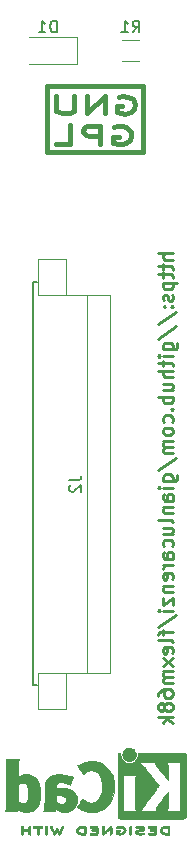
<source format=gbo>
%TF.GenerationSoftware,KiCad,Pcbnew,5.1.9+dfsg1-1~bpo10+1*%
%TF.CreationDate,2021-06-29T08:39:31+02:00*%
%TF.ProjectId,flexPiStorm,666c6578-5069-4537-946f-726d2e6b6963,0.4*%
%TF.SameCoordinates,Original*%
%TF.FileFunction,Legend,Bot*%
%TF.FilePolarity,Positive*%
%FSLAX46Y46*%
G04 Gerber Fmt 4.6, Leading zero omitted, Abs format (unit mm)*
G04 Created by KiCad (PCBNEW 5.1.9+dfsg1-1~bpo10+1) date 2021-06-29 08:39:31*
%MOMM*%
%LPD*%
G01*
G04 APERTURE LIST*
%ADD10C,0.250000*%
%ADD11C,0.150000*%
%ADD12C,0.120000*%
%ADD13C,0.381000*%
%ADD14C,0.010000*%
G04 APERTURE END LIST*
D10*
X147542857Y-83171428D02*
X146342857Y-83171428D01*
X147542857Y-83685714D02*
X146914285Y-83685714D01*
X146800000Y-83628571D01*
X146742857Y-83514285D01*
X146742857Y-83342857D01*
X146800000Y-83228571D01*
X146857142Y-83171428D01*
X146742857Y-84085714D02*
X146742857Y-84542857D01*
X146342857Y-84257142D02*
X147371428Y-84257142D01*
X147485714Y-84314285D01*
X147542857Y-84428571D01*
X147542857Y-84542857D01*
X146742857Y-84771428D02*
X146742857Y-85228571D01*
X146342857Y-84942857D02*
X147371428Y-84942857D01*
X147485714Y-85000000D01*
X147542857Y-85114285D01*
X147542857Y-85228571D01*
X146742857Y-85628571D02*
X147942857Y-85628571D01*
X146800000Y-85628571D02*
X146742857Y-85742857D01*
X146742857Y-85971428D01*
X146800000Y-86085714D01*
X146857142Y-86142857D01*
X146971428Y-86200000D01*
X147314285Y-86200000D01*
X147428571Y-86142857D01*
X147485714Y-86085714D01*
X147542857Y-85971428D01*
X147542857Y-85742857D01*
X147485714Y-85628571D01*
X147485714Y-86657142D02*
X147542857Y-86771428D01*
X147542857Y-87000000D01*
X147485714Y-87114285D01*
X147371428Y-87171428D01*
X147314285Y-87171428D01*
X147200000Y-87114285D01*
X147142857Y-87000000D01*
X147142857Y-86828571D01*
X147085714Y-86714285D01*
X146971428Y-86657142D01*
X146914285Y-86657142D01*
X146800000Y-86714285D01*
X146742857Y-86828571D01*
X146742857Y-87000000D01*
X146800000Y-87114285D01*
X147428571Y-87685714D02*
X147485714Y-87742857D01*
X147542857Y-87685714D01*
X147485714Y-87628571D01*
X147428571Y-87685714D01*
X147542857Y-87685714D01*
X146800000Y-87685714D02*
X146857142Y-87742857D01*
X146914285Y-87685714D01*
X146857142Y-87628571D01*
X146800000Y-87685714D01*
X146914285Y-87685714D01*
X146285714Y-89114285D02*
X147828571Y-88085714D01*
X146285714Y-90371428D02*
X147828571Y-89342857D01*
X146742857Y-91285714D02*
X147714285Y-91285714D01*
X147828571Y-91228571D01*
X147885714Y-91171428D01*
X147942857Y-91057142D01*
X147942857Y-90885714D01*
X147885714Y-90771428D01*
X147485714Y-91285714D02*
X147542857Y-91171428D01*
X147542857Y-90942857D01*
X147485714Y-90828571D01*
X147428571Y-90771428D01*
X147314285Y-90714285D01*
X146971428Y-90714285D01*
X146857142Y-90771428D01*
X146800000Y-90828571D01*
X146742857Y-90942857D01*
X146742857Y-91171428D01*
X146800000Y-91285714D01*
X147542857Y-91857142D02*
X146742857Y-91857142D01*
X146342857Y-91857142D02*
X146400000Y-91800000D01*
X146457142Y-91857142D01*
X146400000Y-91914285D01*
X146342857Y-91857142D01*
X146457142Y-91857142D01*
X146742857Y-92257142D02*
X146742857Y-92714285D01*
X146342857Y-92428571D02*
X147371428Y-92428571D01*
X147485714Y-92485714D01*
X147542857Y-92600000D01*
X147542857Y-92714285D01*
X147542857Y-93114285D02*
X146342857Y-93114285D01*
X147542857Y-93628571D02*
X146914285Y-93628571D01*
X146800000Y-93571428D01*
X146742857Y-93457142D01*
X146742857Y-93285714D01*
X146800000Y-93171428D01*
X146857142Y-93114285D01*
X146742857Y-94714285D02*
X147542857Y-94714285D01*
X146742857Y-94200000D02*
X147371428Y-94200000D01*
X147485714Y-94257142D01*
X147542857Y-94371428D01*
X147542857Y-94542857D01*
X147485714Y-94657142D01*
X147428571Y-94714285D01*
X147542857Y-95285714D02*
X146342857Y-95285714D01*
X146800000Y-95285714D02*
X146742857Y-95400000D01*
X146742857Y-95628571D01*
X146800000Y-95742857D01*
X146857142Y-95800000D01*
X146971428Y-95857142D01*
X147314285Y-95857142D01*
X147428571Y-95800000D01*
X147485714Y-95742857D01*
X147542857Y-95628571D01*
X147542857Y-95400000D01*
X147485714Y-95285714D01*
X147428571Y-96371428D02*
X147485714Y-96428571D01*
X147542857Y-96371428D01*
X147485714Y-96314285D01*
X147428571Y-96371428D01*
X147542857Y-96371428D01*
X147485714Y-97457142D02*
X147542857Y-97342857D01*
X147542857Y-97114285D01*
X147485714Y-97000000D01*
X147428571Y-96942857D01*
X147314285Y-96885714D01*
X146971428Y-96885714D01*
X146857142Y-96942857D01*
X146800000Y-97000000D01*
X146742857Y-97114285D01*
X146742857Y-97342857D01*
X146800000Y-97457142D01*
X147542857Y-98142857D02*
X147485714Y-98028571D01*
X147428571Y-97971428D01*
X147314285Y-97914285D01*
X146971428Y-97914285D01*
X146857142Y-97971428D01*
X146800000Y-98028571D01*
X146742857Y-98142857D01*
X146742857Y-98314285D01*
X146800000Y-98428571D01*
X146857142Y-98485714D01*
X146971428Y-98542857D01*
X147314285Y-98542857D01*
X147428571Y-98485714D01*
X147485714Y-98428571D01*
X147542857Y-98314285D01*
X147542857Y-98142857D01*
X147542857Y-99057142D02*
X146742857Y-99057142D01*
X146857142Y-99057142D02*
X146800000Y-99114285D01*
X146742857Y-99228571D01*
X146742857Y-99400000D01*
X146800000Y-99514285D01*
X146914285Y-99571428D01*
X147542857Y-99571428D01*
X146914285Y-99571428D02*
X146800000Y-99628571D01*
X146742857Y-99742857D01*
X146742857Y-99914285D01*
X146800000Y-100028571D01*
X146914285Y-100085714D01*
X147542857Y-100085714D01*
X146285714Y-101514285D02*
X147828571Y-100485714D01*
X146742857Y-102428571D02*
X147714285Y-102428571D01*
X147828571Y-102371428D01*
X147885714Y-102314285D01*
X147942857Y-102200000D01*
X147942857Y-102028571D01*
X147885714Y-101914285D01*
X147485714Y-102428571D02*
X147542857Y-102314285D01*
X147542857Y-102085714D01*
X147485714Y-101971428D01*
X147428571Y-101914285D01*
X147314285Y-101857142D01*
X146971428Y-101857142D01*
X146857142Y-101914285D01*
X146800000Y-101971428D01*
X146742857Y-102085714D01*
X146742857Y-102314285D01*
X146800000Y-102428571D01*
X147542857Y-103000000D02*
X146742857Y-103000000D01*
X146342857Y-103000000D02*
X146400000Y-102942857D01*
X146457142Y-103000000D01*
X146400000Y-103057142D01*
X146342857Y-103000000D01*
X146457142Y-103000000D01*
X147542857Y-104085714D02*
X146914285Y-104085714D01*
X146800000Y-104028571D01*
X146742857Y-103914285D01*
X146742857Y-103685714D01*
X146800000Y-103571428D01*
X147485714Y-104085714D02*
X147542857Y-103971428D01*
X147542857Y-103685714D01*
X147485714Y-103571428D01*
X147371428Y-103514285D01*
X147257142Y-103514285D01*
X147142857Y-103571428D01*
X147085714Y-103685714D01*
X147085714Y-103971428D01*
X147028571Y-104085714D01*
X146742857Y-104657142D02*
X147542857Y-104657142D01*
X146857142Y-104657142D02*
X146800000Y-104714285D01*
X146742857Y-104828571D01*
X146742857Y-105000000D01*
X146800000Y-105114285D01*
X146914285Y-105171428D01*
X147542857Y-105171428D01*
X147542857Y-105914285D02*
X147485714Y-105800000D01*
X147371428Y-105742857D01*
X146342857Y-105742857D01*
X146742857Y-106885714D02*
X147542857Y-106885714D01*
X146742857Y-106371428D02*
X147371428Y-106371428D01*
X147485714Y-106428571D01*
X147542857Y-106542857D01*
X147542857Y-106714285D01*
X147485714Y-106828571D01*
X147428571Y-106885714D01*
X147485714Y-107971428D02*
X147542857Y-107857142D01*
X147542857Y-107628571D01*
X147485714Y-107514285D01*
X147428571Y-107457142D01*
X147314285Y-107400000D01*
X146971428Y-107400000D01*
X146857142Y-107457142D01*
X146800000Y-107514285D01*
X146742857Y-107628571D01*
X146742857Y-107857142D01*
X146800000Y-107971428D01*
X147542857Y-109000000D02*
X146914285Y-109000000D01*
X146800000Y-108942857D01*
X146742857Y-108828571D01*
X146742857Y-108600000D01*
X146800000Y-108485714D01*
X147485714Y-109000000D02*
X147542857Y-108885714D01*
X147542857Y-108600000D01*
X147485714Y-108485714D01*
X147371428Y-108428571D01*
X147257142Y-108428571D01*
X147142857Y-108485714D01*
X147085714Y-108600000D01*
X147085714Y-108885714D01*
X147028571Y-109000000D01*
X147542857Y-109571428D02*
X146742857Y-109571428D01*
X146971428Y-109571428D02*
X146857142Y-109628571D01*
X146800000Y-109685714D01*
X146742857Y-109800000D01*
X146742857Y-109914285D01*
X147485714Y-110771428D02*
X147542857Y-110657142D01*
X147542857Y-110428571D01*
X147485714Y-110314285D01*
X147371428Y-110257142D01*
X146914285Y-110257142D01*
X146800000Y-110314285D01*
X146742857Y-110428571D01*
X146742857Y-110657142D01*
X146800000Y-110771428D01*
X146914285Y-110828571D01*
X147028571Y-110828571D01*
X147142857Y-110257142D01*
X146742857Y-111342857D02*
X147542857Y-111342857D01*
X146857142Y-111342857D02*
X146800000Y-111400000D01*
X146742857Y-111514285D01*
X146742857Y-111685714D01*
X146800000Y-111800000D01*
X146914285Y-111857142D01*
X147542857Y-111857142D01*
X146742857Y-112314285D02*
X146742857Y-112942857D01*
X147542857Y-112314285D01*
X147542857Y-112942857D01*
X147542857Y-113400000D02*
X146742857Y-113400000D01*
X146342857Y-113400000D02*
X146400000Y-113342857D01*
X146457142Y-113400000D01*
X146400000Y-113457142D01*
X146342857Y-113400000D01*
X146457142Y-113400000D01*
X146285714Y-114828571D02*
X147828571Y-113800000D01*
X146742857Y-115057142D02*
X146742857Y-115514285D01*
X147542857Y-115228571D02*
X146514285Y-115228571D01*
X146400000Y-115285714D01*
X146342857Y-115400000D01*
X146342857Y-115514285D01*
X147542857Y-116085714D02*
X147485714Y-115971428D01*
X147371428Y-115914285D01*
X146342857Y-115914285D01*
X147485714Y-117000000D02*
X147542857Y-116885714D01*
X147542857Y-116657142D01*
X147485714Y-116542857D01*
X147371428Y-116485714D01*
X146914285Y-116485714D01*
X146800000Y-116542857D01*
X146742857Y-116657142D01*
X146742857Y-116885714D01*
X146800000Y-117000000D01*
X146914285Y-117057142D01*
X147028571Y-117057142D01*
X147142857Y-116485714D01*
X147542857Y-117457142D02*
X146742857Y-118085714D01*
X146742857Y-117457142D02*
X147542857Y-118085714D01*
X147542857Y-118542857D02*
X146742857Y-118542857D01*
X146857142Y-118542857D02*
X146800000Y-118600000D01*
X146742857Y-118714285D01*
X146742857Y-118885714D01*
X146800000Y-119000000D01*
X146914285Y-119057142D01*
X147542857Y-119057142D01*
X146914285Y-119057142D02*
X146800000Y-119114285D01*
X146742857Y-119228571D01*
X146742857Y-119400000D01*
X146800000Y-119514285D01*
X146914285Y-119571428D01*
X147542857Y-119571428D01*
X146342857Y-120657142D02*
X146342857Y-120428571D01*
X146400000Y-120314285D01*
X146457142Y-120257142D01*
X146628571Y-120142857D01*
X146857142Y-120085714D01*
X147314285Y-120085714D01*
X147428571Y-120142857D01*
X147485714Y-120200000D01*
X147542857Y-120314285D01*
X147542857Y-120542857D01*
X147485714Y-120657142D01*
X147428571Y-120714285D01*
X147314285Y-120771428D01*
X147028571Y-120771428D01*
X146914285Y-120714285D01*
X146857142Y-120657142D01*
X146800000Y-120542857D01*
X146800000Y-120314285D01*
X146857142Y-120200000D01*
X146914285Y-120142857D01*
X147028571Y-120085714D01*
X146857142Y-121457142D02*
X146800000Y-121342857D01*
X146742857Y-121285714D01*
X146628571Y-121228571D01*
X146571428Y-121228571D01*
X146457142Y-121285714D01*
X146400000Y-121342857D01*
X146342857Y-121457142D01*
X146342857Y-121685714D01*
X146400000Y-121800000D01*
X146457142Y-121857142D01*
X146571428Y-121914285D01*
X146628571Y-121914285D01*
X146742857Y-121857142D01*
X146800000Y-121800000D01*
X146857142Y-121685714D01*
X146857142Y-121457142D01*
X146914285Y-121342857D01*
X146971428Y-121285714D01*
X147085714Y-121228571D01*
X147314285Y-121228571D01*
X147428571Y-121285714D01*
X147485714Y-121342857D01*
X147542857Y-121457142D01*
X147542857Y-121685714D01*
X147485714Y-121800000D01*
X147428571Y-121857142D01*
X147314285Y-121914285D01*
X147085714Y-121914285D01*
X146971428Y-121857142D01*
X146914285Y-121800000D01*
X146857142Y-121685714D01*
X147542857Y-122428571D02*
X146342857Y-122428571D01*
X147085714Y-122542857D02*
X147542857Y-122885714D01*
X146742857Y-122885714D02*
X147200000Y-122428571D01*
D11*
%TO.C,J2*%
X135750000Y-119700000D02*
X136100000Y-119700000D01*
X135750000Y-85600000D02*
X136100000Y-85600000D01*
X135750000Y-85600000D02*
X135750000Y-119700000D01*
D12*
X138490000Y-86700000D02*
X142280000Y-86700000D01*
X138490000Y-118700000D02*
X142280000Y-118700000D01*
X138490000Y-83600000D02*
X138490000Y-86700000D01*
X138490000Y-121700000D02*
X138490000Y-118700000D01*
X136150000Y-83600000D02*
X138490000Y-83600000D01*
X136130000Y-121700000D02*
X138490000Y-121700000D01*
X136130000Y-86700000D02*
X136130000Y-83600000D01*
X136130000Y-118700000D02*
X136130000Y-121700000D01*
X140320000Y-86700000D02*
X136130000Y-86700000D01*
X140320000Y-118700000D02*
X136130000Y-118700000D01*
X140320000Y-118700000D02*
X140320000Y-86700000D01*
X142280000Y-118700000D02*
X142280000Y-86700000D01*
%TO.C,D1*%
X135400000Y-64865000D02*
X139460000Y-64865000D01*
X139460000Y-64865000D02*
X139460000Y-67135000D01*
X139460000Y-67135000D02*
X135400000Y-67135000D01*
%TO.C,R1*%
X143272936Y-66910000D02*
X144727064Y-66910000D01*
X143272936Y-65090000D02*
X144727064Y-65090000D01*
D13*
%TO.C,L1*%
X138899420Y-72299720D02*
X138899420Y-73899920D01*
X138899420Y-73899920D02*
X137700540Y-73899920D01*
X141398780Y-73899920D02*
X141398780Y-72398780D01*
X141398780Y-72398780D02*
X140499620Y-72398780D01*
X140499620Y-72398780D02*
X140298960Y-72398780D01*
X140298960Y-72398780D02*
X140100840Y-72500380D01*
X140100840Y-72500380D02*
X139999240Y-72701040D01*
X139999240Y-72701040D02*
X139999240Y-72899160D01*
X139999240Y-72899160D02*
X140199900Y-73099820D01*
X140199900Y-73099820D02*
X140499620Y-73198880D01*
X140499620Y-73198880D02*
X141398780Y-73198880D01*
X142600200Y-72500380D02*
X142800860Y-72398780D01*
X142800860Y-72398780D02*
X143301240Y-72398780D01*
X143301240Y-72398780D02*
X143600960Y-72500380D01*
X143600960Y-72500380D02*
X143799080Y-72599440D01*
X143799080Y-72599440D02*
X143999740Y-72899160D01*
X143999740Y-72899160D02*
X143999740Y-73198880D01*
X143999740Y-73198880D02*
X143900680Y-73600200D01*
X143900680Y-73600200D02*
X143600960Y-73800860D01*
X143600960Y-73800860D02*
X143301240Y-73899920D01*
X143301240Y-73899920D02*
X142998980Y-73899920D01*
X142998980Y-73899920D02*
X142501140Y-73800860D01*
X142501140Y-73800860D02*
X142501140Y-73300480D01*
X142501140Y-73300480D02*
X142998980Y-73300480D01*
X139199140Y-69800360D02*
X139199140Y-71100840D01*
X139199140Y-71100840D02*
X138899420Y-71298960D01*
X138899420Y-71298960D02*
X138599700Y-71298960D01*
X138599700Y-71298960D02*
X138200920Y-71298960D01*
X138200920Y-71298960D02*
X137901200Y-71199900D01*
X137901200Y-71199900D02*
X137700540Y-71100840D01*
X137700540Y-71100840D02*
X137700540Y-69800360D01*
X141800100Y-71298960D02*
X141800100Y-69800360D01*
X141800100Y-69800360D02*
X140298960Y-71298960D01*
X140298960Y-71298960D02*
X140298960Y-69800360D01*
X142998980Y-69899420D02*
X143301240Y-69800360D01*
X143301240Y-69800360D02*
X143799080Y-69899420D01*
X143799080Y-69899420D02*
X144200400Y-70100080D01*
X144200400Y-70100080D02*
X144401060Y-70498860D01*
X144401060Y-70498860D02*
X144299460Y-70900180D01*
X144299460Y-70900180D02*
X143999740Y-71199900D01*
X143999740Y-71199900D02*
X143499360Y-71400560D01*
X143499360Y-71400560D02*
X142800860Y-71199900D01*
X142800860Y-71199900D02*
X142800860Y-70699520D01*
X142800860Y-70699520D02*
X143301240Y-70699520D01*
X145064000Y-68952000D02*
X136936000Y-68952000D01*
X136936000Y-68952000D02*
X136936000Y-74540000D01*
X136936000Y-74540000D02*
X145064000Y-74540000D01*
X145064000Y-74540000D02*
X145064000Y-68952000D01*
D14*
%TO.C,L2*%
G36*
X146955743Y-125473689D02*
G01*
X146691220Y-125473725D01*
X146568088Y-125473730D01*
X144597189Y-125473730D01*
X144597189Y-125589910D01*
X144584789Y-125731291D01*
X144547364Y-125861684D01*
X144484577Y-125981862D01*
X144396094Y-126092602D01*
X144366157Y-126122511D01*
X144258466Y-126207348D01*
X144139725Y-126269221D01*
X144013460Y-126308159D01*
X143883197Y-126324190D01*
X143752465Y-126317342D01*
X143624788Y-126287643D01*
X143503695Y-126235120D01*
X143392712Y-126159803D01*
X143342868Y-126114363D01*
X143249983Y-126002952D01*
X143181873Y-125880435D01*
X143139129Y-125748215D01*
X143122347Y-125607692D01*
X143122124Y-125593867D01*
X143121244Y-125473734D01*
X143068443Y-125473732D01*
X143021604Y-125480089D01*
X142978817Y-125495556D01*
X142975989Y-125497154D01*
X142966325Y-125502168D01*
X142957451Y-125506073D01*
X142949335Y-125510007D01*
X142941943Y-125515106D01*
X142935245Y-125522508D01*
X142929208Y-125533351D01*
X142923801Y-125548772D01*
X142918990Y-125569909D01*
X142914745Y-125597899D01*
X142911032Y-125633879D01*
X142907821Y-125678987D01*
X142905078Y-125734360D01*
X142902772Y-125801137D01*
X142900871Y-125880453D01*
X142899342Y-125973447D01*
X142898154Y-126081257D01*
X142897274Y-126205019D01*
X142896670Y-126345871D01*
X142896311Y-126504950D01*
X142896165Y-126683395D01*
X142896198Y-126882342D01*
X142896380Y-127102929D01*
X142896677Y-127346293D01*
X142897059Y-127613572D01*
X142897492Y-127905903D01*
X142897945Y-128224424D01*
X142897998Y-128263230D01*
X142898404Y-128583782D01*
X142898749Y-128878012D01*
X142899069Y-129147056D01*
X142899400Y-129392052D01*
X142899779Y-129614137D01*
X142900243Y-129814447D01*
X142900828Y-129994119D01*
X142901570Y-130154290D01*
X142902506Y-130296098D01*
X142903673Y-130420679D01*
X142905107Y-130529170D01*
X142906844Y-130622707D01*
X142908922Y-130702429D01*
X142911376Y-130769472D01*
X142914244Y-130824973D01*
X142917561Y-130870068D01*
X142921364Y-130905895D01*
X142925690Y-130933591D01*
X142930575Y-130954293D01*
X142936055Y-130969137D01*
X142942168Y-130979260D01*
X142948950Y-130985800D01*
X142956437Y-130989893D01*
X142964666Y-130992676D01*
X142973673Y-130995287D01*
X142983495Y-130998862D01*
X142985894Y-130999950D01*
X142993435Y-131002396D01*
X143006056Y-131004642D01*
X143024859Y-131006698D01*
X143050947Y-131008572D01*
X143085422Y-131010271D01*
X143129385Y-131011803D01*
X143183939Y-131013177D01*
X143250185Y-131014400D01*
X143329226Y-131015481D01*
X143422163Y-131016427D01*
X143530099Y-131017247D01*
X143654136Y-131017947D01*
X143795376Y-131018538D01*
X143954921Y-131019025D01*
X144133872Y-131019419D01*
X144333332Y-131019725D01*
X144554404Y-131019953D01*
X144798188Y-131020110D01*
X145065787Y-131020205D01*
X145358303Y-131020245D01*
X145676839Y-131020238D01*
X145780021Y-131020228D01*
X146105623Y-131020176D01*
X146404881Y-131020091D01*
X146678909Y-131019963D01*
X146928824Y-131019785D01*
X147155740Y-131019548D01*
X147360773Y-131019242D01*
X147545038Y-131018860D01*
X147709650Y-131018392D01*
X147855725Y-131017830D01*
X147984376Y-131017165D01*
X148096721Y-131016388D01*
X148193874Y-131015491D01*
X148276950Y-131014465D01*
X148347064Y-131013301D01*
X148405332Y-131011991D01*
X148452869Y-131010525D01*
X148490790Y-131008896D01*
X148520210Y-131007093D01*
X148542245Y-131005110D01*
X148558010Y-131002936D01*
X148568620Y-131000563D01*
X148574404Y-130998391D01*
X148584684Y-130994056D01*
X148594122Y-130990859D01*
X148602755Y-130987665D01*
X148610619Y-130983338D01*
X148617748Y-130976744D01*
X148624179Y-130966747D01*
X148629947Y-130952212D01*
X148635089Y-130932003D01*
X148639640Y-130904985D01*
X148643635Y-130870023D01*
X148647111Y-130825981D01*
X148650102Y-130771724D01*
X148652646Y-130706117D01*
X148654777Y-130628024D01*
X148656532Y-130536310D01*
X148657945Y-130429840D01*
X148658315Y-130388973D01*
X148291884Y-130388973D01*
X146996734Y-130388973D01*
X147021655Y-130351217D01*
X147046447Y-130312417D01*
X147067440Y-130275469D01*
X147084935Y-130237788D01*
X147099230Y-130196788D01*
X147110623Y-130149883D01*
X147119413Y-130094487D01*
X147125898Y-130028016D01*
X147130377Y-129947883D01*
X147133150Y-129851502D01*
X147134513Y-129736289D01*
X147134767Y-129599657D01*
X147134209Y-129439020D01*
X147133893Y-129379382D01*
X147130325Y-128740041D01*
X146725298Y-129291449D01*
X146610554Y-129447876D01*
X146511143Y-129584088D01*
X146425990Y-129701890D01*
X146354022Y-129803084D01*
X146294166Y-129889477D01*
X146245348Y-129962874D01*
X146206495Y-130025077D01*
X146176534Y-130077893D01*
X146154391Y-130123125D01*
X146138993Y-130162578D01*
X146129266Y-130198058D01*
X146124137Y-130231368D01*
X146122532Y-130264313D01*
X146123379Y-130298697D01*
X146123595Y-130303019D01*
X146128054Y-130389031D01*
X144708692Y-130388973D01*
X144814265Y-130282522D01*
X144842913Y-130253406D01*
X144870090Y-130225076D01*
X144896989Y-130195968D01*
X144924803Y-130164520D01*
X144954725Y-130129169D01*
X144987946Y-130088354D01*
X145025661Y-130040511D01*
X145069060Y-129984079D01*
X145119338Y-129917494D01*
X145177688Y-129839195D01*
X145245300Y-129747619D01*
X145323369Y-129641204D01*
X145413088Y-129518387D01*
X145515648Y-129377605D01*
X145632242Y-129217297D01*
X145727809Y-129085798D01*
X145847749Y-128920596D01*
X145952380Y-128776152D01*
X146042648Y-128651094D01*
X146119503Y-128544052D01*
X146183891Y-128453654D01*
X146236761Y-128378529D01*
X146279060Y-128317304D01*
X146311736Y-128268610D01*
X146335738Y-128231074D01*
X146352013Y-128203325D01*
X146361508Y-128183992D01*
X146365173Y-128171703D01*
X146364071Y-128165242D01*
X146350724Y-128148048D01*
X146321866Y-128111655D01*
X146279240Y-128058224D01*
X146224585Y-127989919D01*
X146159644Y-127908903D01*
X146086158Y-127817340D01*
X146005868Y-127717392D01*
X145920515Y-127611224D01*
X145831840Y-127500997D01*
X145741586Y-127388876D01*
X145691944Y-127327244D01*
X144459373Y-127327244D01*
X144408146Y-127419919D01*
X144356919Y-127512595D01*
X144356919Y-130203622D01*
X144408146Y-130296298D01*
X144459373Y-130388973D01*
X143853396Y-130388973D01*
X143708734Y-130388931D01*
X143589244Y-130388741D01*
X143492642Y-130388308D01*
X143416642Y-130387536D01*
X143358957Y-130386330D01*
X143317301Y-130384594D01*
X143289389Y-130382232D01*
X143272935Y-130379150D01*
X143265652Y-130375251D01*
X143265255Y-130370440D01*
X143269458Y-130364622D01*
X143269501Y-130364574D01*
X143286813Y-130339532D01*
X143309736Y-130298815D01*
X143329981Y-130258168D01*
X143368379Y-130176162D01*
X143376211Y-127327244D01*
X144459373Y-127327244D01*
X145691944Y-127327244D01*
X145651493Y-127277024D01*
X145563302Y-127167604D01*
X145478754Y-127062778D01*
X145399592Y-126964711D01*
X145327556Y-126875566D01*
X145264387Y-126797505D01*
X145211827Y-126732692D01*
X145171617Y-126683290D01*
X145148000Y-126654487D01*
X145056290Y-126546778D01*
X144968060Y-126449580D01*
X144886403Y-126366076D01*
X144814410Y-126299448D01*
X144763319Y-126258599D01*
X144702907Y-126215135D01*
X146092298Y-126215135D01*
X146091908Y-126296666D01*
X146095791Y-126356606D01*
X146110390Y-126412177D01*
X146132988Y-126464855D01*
X146147678Y-126494615D01*
X146163472Y-126524103D01*
X146181814Y-126555276D01*
X146204145Y-126590093D01*
X146231909Y-126630510D01*
X146266549Y-126678486D01*
X146309507Y-126735978D01*
X146362227Y-126804943D01*
X146426151Y-126887339D01*
X146502721Y-126985124D01*
X146593381Y-127100255D01*
X146699574Y-127234690D01*
X146711568Y-127249859D01*
X147130325Y-127779412D01*
X147134378Y-127192922D01*
X147135195Y-127017251D01*
X147135021Y-126868532D01*
X147133849Y-126746275D01*
X147131669Y-126649989D01*
X147128474Y-126579183D01*
X147124256Y-126533369D01*
X147122838Y-126524679D01*
X147100591Y-126433135D01*
X147071443Y-126350608D01*
X147038182Y-126284253D01*
X147018200Y-126256110D01*
X146983722Y-126215135D01*
X147637914Y-126215135D01*
X147793969Y-126215269D01*
X147924467Y-126215703D01*
X148031310Y-126216489D01*
X148116398Y-126217676D01*
X148181635Y-126219317D01*
X148228921Y-126221461D01*
X148260157Y-126224159D01*
X148277246Y-126227462D01*
X148282088Y-126231421D01*
X148281753Y-126232298D01*
X148267885Y-126253231D01*
X148244732Y-126286412D01*
X148232754Y-126303193D01*
X148220369Y-126319940D01*
X148209237Y-126334915D01*
X148199288Y-126349594D01*
X148190451Y-126365449D01*
X148182657Y-126383955D01*
X148175835Y-126406585D01*
X148169916Y-126434813D01*
X148164829Y-126470113D01*
X148160504Y-126513958D01*
X148156871Y-126567822D01*
X148153860Y-126633180D01*
X148151401Y-126711504D01*
X148149423Y-126804268D01*
X148147858Y-126912947D01*
X148146634Y-127039013D01*
X148145681Y-127183942D01*
X148144930Y-127349206D01*
X148144311Y-127536279D01*
X148143752Y-127746635D01*
X148143185Y-127981748D01*
X148142655Y-128197741D01*
X148142155Y-128438535D01*
X148141895Y-128668274D01*
X148141868Y-128885493D01*
X148142067Y-129088722D01*
X148142486Y-129276496D01*
X148143118Y-129447345D01*
X148143956Y-129599803D01*
X148144992Y-129732403D01*
X148146220Y-129843676D01*
X148147633Y-129932156D01*
X148149225Y-129996375D01*
X148150987Y-130034865D01*
X148151321Y-130038933D01*
X148163466Y-130132248D01*
X148182427Y-130207190D01*
X148211302Y-130272594D01*
X148253190Y-130337293D01*
X148258429Y-130344352D01*
X148291884Y-130388973D01*
X148658315Y-130388973D01*
X148659054Y-130307479D01*
X148659893Y-130168090D01*
X148660498Y-130010539D01*
X148660905Y-129833691D01*
X148661150Y-129636410D01*
X148661267Y-129417560D01*
X148661295Y-129176007D01*
X148661267Y-128910615D01*
X148661220Y-128620249D01*
X148661190Y-128303773D01*
X148661189Y-128240946D01*
X148661172Y-127921137D01*
X148661112Y-127627661D01*
X148661002Y-127359390D01*
X148660833Y-127115198D01*
X148660597Y-126893957D01*
X148660284Y-126694540D01*
X148659885Y-126515820D01*
X148659393Y-126356671D01*
X148658797Y-126215966D01*
X148658090Y-126092576D01*
X148657263Y-125985376D01*
X148656307Y-125893238D01*
X148655213Y-125815035D01*
X148653973Y-125749641D01*
X148652578Y-125695928D01*
X148651018Y-125652769D01*
X148649286Y-125619037D01*
X148647372Y-125593605D01*
X148645268Y-125575347D01*
X148642966Y-125563134D01*
X148640455Y-125555841D01*
X148640363Y-125555659D01*
X148635192Y-125544518D01*
X148630885Y-125534431D01*
X148626121Y-125525346D01*
X148619578Y-125517212D01*
X148609935Y-125509976D01*
X148595871Y-125503586D01*
X148576063Y-125497989D01*
X148549191Y-125493133D01*
X148513933Y-125488966D01*
X148468968Y-125485436D01*
X148412974Y-125482491D01*
X148344629Y-125480077D01*
X148262614Y-125478144D01*
X148165605Y-125476638D01*
X148052282Y-125475508D01*
X147921323Y-125474702D01*
X147771407Y-125474166D01*
X147601213Y-125473849D01*
X147409418Y-125473699D01*
X147194702Y-125473663D01*
X146955743Y-125473689D01*
G37*
X146955743Y-125473689D02*
X146691220Y-125473725D01*
X146568088Y-125473730D01*
X144597189Y-125473730D01*
X144597189Y-125589910D01*
X144584789Y-125731291D01*
X144547364Y-125861684D01*
X144484577Y-125981862D01*
X144396094Y-126092602D01*
X144366157Y-126122511D01*
X144258466Y-126207348D01*
X144139725Y-126269221D01*
X144013460Y-126308159D01*
X143883197Y-126324190D01*
X143752465Y-126317342D01*
X143624788Y-126287643D01*
X143503695Y-126235120D01*
X143392712Y-126159803D01*
X143342868Y-126114363D01*
X143249983Y-126002952D01*
X143181873Y-125880435D01*
X143139129Y-125748215D01*
X143122347Y-125607692D01*
X143122124Y-125593867D01*
X143121244Y-125473734D01*
X143068443Y-125473732D01*
X143021604Y-125480089D01*
X142978817Y-125495556D01*
X142975989Y-125497154D01*
X142966325Y-125502168D01*
X142957451Y-125506073D01*
X142949335Y-125510007D01*
X142941943Y-125515106D01*
X142935245Y-125522508D01*
X142929208Y-125533351D01*
X142923801Y-125548772D01*
X142918990Y-125569909D01*
X142914745Y-125597899D01*
X142911032Y-125633879D01*
X142907821Y-125678987D01*
X142905078Y-125734360D01*
X142902772Y-125801137D01*
X142900871Y-125880453D01*
X142899342Y-125973447D01*
X142898154Y-126081257D01*
X142897274Y-126205019D01*
X142896670Y-126345871D01*
X142896311Y-126504950D01*
X142896165Y-126683395D01*
X142896198Y-126882342D01*
X142896380Y-127102929D01*
X142896677Y-127346293D01*
X142897059Y-127613572D01*
X142897492Y-127905903D01*
X142897945Y-128224424D01*
X142897998Y-128263230D01*
X142898404Y-128583782D01*
X142898749Y-128878012D01*
X142899069Y-129147056D01*
X142899400Y-129392052D01*
X142899779Y-129614137D01*
X142900243Y-129814447D01*
X142900828Y-129994119D01*
X142901570Y-130154290D01*
X142902506Y-130296098D01*
X142903673Y-130420679D01*
X142905107Y-130529170D01*
X142906844Y-130622707D01*
X142908922Y-130702429D01*
X142911376Y-130769472D01*
X142914244Y-130824973D01*
X142917561Y-130870068D01*
X142921364Y-130905895D01*
X142925690Y-130933591D01*
X142930575Y-130954293D01*
X142936055Y-130969137D01*
X142942168Y-130979260D01*
X142948950Y-130985800D01*
X142956437Y-130989893D01*
X142964666Y-130992676D01*
X142973673Y-130995287D01*
X142983495Y-130998862D01*
X142985894Y-130999950D01*
X142993435Y-131002396D01*
X143006056Y-131004642D01*
X143024859Y-131006698D01*
X143050947Y-131008572D01*
X143085422Y-131010271D01*
X143129385Y-131011803D01*
X143183939Y-131013177D01*
X143250185Y-131014400D01*
X143329226Y-131015481D01*
X143422163Y-131016427D01*
X143530099Y-131017247D01*
X143654136Y-131017947D01*
X143795376Y-131018538D01*
X143954921Y-131019025D01*
X144133872Y-131019419D01*
X144333332Y-131019725D01*
X144554404Y-131019953D01*
X144798188Y-131020110D01*
X145065787Y-131020205D01*
X145358303Y-131020245D01*
X145676839Y-131020238D01*
X145780021Y-131020228D01*
X146105623Y-131020176D01*
X146404881Y-131020091D01*
X146678909Y-131019963D01*
X146928824Y-131019785D01*
X147155740Y-131019548D01*
X147360773Y-131019242D01*
X147545038Y-131018860D01*
X147709650Y-131018392D01*
X147855725Y-131017830D01*
X147984376Y-131017165D01*
X148096721Y-131016388D01*
X148193874Y-131015491D01*
X148276950Y-131014465D01*
X148347064Y-131013301D01*
X148405332Y-131011991D01*
X148452869Y-131010525D01*
X148490790Y-131008896D01*
X148520210Y-131007093D01*
X148542245Y-131005110D01*
X148558010Y-131002936D01*
X148568620Y-131000563D01*
X148574404Y-130998391D01*
X148584684Y-130994056D01*
X148594122Y-130990859D01*
X148602755Y-130987665D01*
X148610619Y-130983338D01*
X148617748Y-130976744D01*
X148624179Y-130966747D01*
X148629947Y-130952212D01*
X148635089Y-130932003D01*
X148639640Y-130904985D01*
X148643635Y-130870023D01*
X148647111Y-130825981D01*
X148650102Y-130771724D01*
X148652646Y-130706117D01*
X148654777Y-130628024D01*
X148656532Y-130536310D01*
X148657945Y-130429840D01*
X148658315Y-130388973D01*
X148291884Y-130388973D01*
X146996734Y-130388973D01*
X147021655Y-130351217D01*
X147046447Y-130312417D01*
X147067440Y-130275469D01*
X147084935Y-130237788D01*
X147099230Y-130196788D01*
X147110623Y-130149883D01*
X147119413Y-130094487D01*
X147125898Y-130028016D01*
X147130377Y-129947883D01*
X147133150Y-129851502D01*
X147134513Y-129736289D01*
X147134767Y-129599657D01*
X147134209Y-129439020D01*
X147133893Y-129379382D01*
X147130325Y-128740041D01*
X146725298Y-129291449D01*
X146610554Y-129447876D01*
X146511143Y-129584088D01*
X146425990Y-129701890D01*
X146354022Y-129803084D01*
X146294166Y-129889477D01*
X146245348Y-129962874D01*
X146206495Y-130025077D01*
X146176534Y-130077893D01*
X146154391Y-130123125D01*
X146138993Y-130162578D01*
X146129266Y-130198058D01*
X146124137Y-130231368D01*
X146122532Y-130264313D01*
X146123379Y-130298697D01*
X146123595Y-130303019D01*
X146128054Y-130389031D01*
X144708692Y-130388973D01*
X144814265Y-130282522D01*
X144842913Y-130253406D01*
X144870090Y-130225076D01*
X144896989Y-130195968D01*
X144924803Y-130164520D01*
X144954725Y-130129169D01*
X144987946Y-130088354D01*
X145025661Y-130040511D01*
X145069060Y-129984079D01*
X145119338Y-129917494D01*
X145177688Y-129839195D01*
X145245300Y-129747619D01*
X145323369Y-129641204D01*
X145413088Y-129518387D01*
X145515648Y-129377605D01*
X145632242Y-129217297D01*
X145727809Y-129085798D01*
X145847749Y-128920596D01*
X145952380Y-128776152D01*
X146042648Y-128651094D01*
X146119503Y-128544052D01*
X146183891Y-128453654D01*
X146236761Y-128378529D01*
X146279060Y-128317304D01*
X146311736Y-128268610D01*
X146335738Y-128231074D01*
X146352013Y-128203325D01*
X146361508Y-128183992D01*
X146365173Y-128171703D01*
X146364071Y-128165242D01*
X146350724Y-128148048D01*
X146321866Y-128111655D01*
X146279240Y-128058224D01*
X146224585Y-127989919D01*
X146159644Y-127908903D01*
X146086158Y-127817340D01*
X146005868Y-127717392D01*
X145920515Y-127611224D01*
X145831840Y-127500997D01*
X145741586Y-127388876D01*
X145691944Y-127327244D01*
X144459373Y-127327244D01*
X144408146Y-127419919D01*
X144356919Y-127512595D01*
X144356919Y-130203622D01*
X144408146Y-130296298D01*
X144459373Y-130388973D01*
X143853396Y-130388973D01*
X143708734Y-130388931D01*
X143589244Y-130388741D01*
X143492642Y-130388308D01*
X143416642Y-130387536D01*
X143358957Y-130386330D01*
X143317301Y-130384594D01*
X143289389Y-130382232D01*
X143272935Y-130379150D01*
X143265652Y-130375251D01*
X143265255Y-130370440D01*
X143269458Y-130364622D01*
X143269501Y-130364574D01*
X143286813Y-130339532D01*
X143309736Y-130298815D01*
X143329981Y-130258168D01*
X143368379Y-130176162D01*
X143376211Y-127327244D01*
X144459373Y-127327244D01*
X145691944Y-127327244D01*
X145651493Y-127277024D01*
X145563302Y-127167604D01*
X145478754Y-127062778D01*
X145399592Y-126964711D01*
X145327556Y-126875566D01*
X145264387Y-126797505D01*
X145211827Y-126732692D01*
X145171617Y-126683290D01*
X145148000Y-126654487D01*
X145056290Y-126546778D01*
X144968060Y-126449580D01*
X144886403Y-126366076D01*
X144814410Y-126299448D01*
X144763319Y-126258599D01*
X144702907Y-126215135D01*
X146092298Y-126215135D01*
X146091908Y-126296666D01*
X146095791Y-126356606D01*
X146110390Y-126412177D01*
X146132988Y-126464855D01*
X146147678Y-126494615D01*
X146163472Y-126524103D01*
X146181814Y-126555276D01*
X146204145Y-126590093D01*
X146231909Y-126630510D01*
X146266549Y-126678486D01*
X146309507Y-126735978D01*
X146362227Y-126804943D01*
X146426151Y-126887339D01*
X146502721Y-126985124D01*
X146593381Y-127100255D01*
X146699574Y-127234690D01*
X146711568Y-127249859D01*
X147130325Y-127779412D01*
X147134378Y-127192922D01*
X147135195Y-127017251D01*
X147135021Y-126868532D01*
X147133849Y-126746275D01*
X147131669Y-126649989D01*
X147128474Y-126579183D01*
X147124256Y-126533369D01*
X147122838Y-126524679D01*
X147100591Y-126433135D01*
X147071443Y-126350608D01*
X147038182Y-126284253D01*
X147018200Y-126256110D01*
X146983722Y-126215135D01*
X147637914Y-126215135D01*
X147793969Y-126215269D01*
X147924467Y-126215703D01*
X148031310Y-126216489D01*
X148116398Y-126217676D01*
X148181635Y-126219317D01*
X148228921Y-126221461D01*
X148260157Y-126224159D01*
X148277246Y-126227462D01*
X148282088Y-126231421D01*
X148281753Y-126232298D01*
X148267885Y-126253231D01*
X148244732Y-126286412D01*
X148232754Y-126303193D01*
X148220369Y-126319940D01*
X148209237Y-126334915D01*
X148199288Y-126349594D01*
X148190451Y-126365449D01*
X148182657Y-126383955D01*
X148175835Y-126406585D01*
X148169916Y-126434813D01*
X148164829Y-126470113D01*
X148160504Y-126513958D01*
X148156871Y-126567822D01*
X148153860Y-126633180D01*
X148151401Y-126711504D01*
X148149423Y-126804268D01*
X148147858Y-126912947D01*
X148146634Y-127039013D01*
X148145681Y-127183942D01*
X148144930Y-127349206D01*
X148144311Y-127536279D01*
X148143752Y-127746635D01*
X148143185Y-127981748D01*
X148142655Y-128197741D01*
X148142155Y-128438535D01*
X148141895Y-128668274D01*
X148141868Y-128885493D01*
X148142067Y-129088722D01*
X148142486Y-129276496D01*
X148143118Y-129447345D01*
X148143956Y-129599803D01*
X148144992Y-129732403D01*
X148146220Y-129843676D01*
X148147633Y-129932156D01*
X148149225Y-129996375D01*
X148150987Y-130034865D01*
X148151321Y-130038933D01*
X148163466Y-130132248D01*
X148182427Y-130207190D01*
X148211302Y-130272594D01*
X148253190Y-130337293D01*
X148258429Y-130344352D01*
X148291884Y-130388973D01*
X148658315Y-130388973D01*
X148659054Y-130307479D01*
X148659893Y-130168090D01*
X148660498Y-130010539D01*
X148660905Y-129833691D01*
X148661150Y-129636410D01*
X148661267Y-129417560D01*
X148661295Y-129176007D01*
X148661267Y-128910615D01*
X148661220Y-128620249D01*
X148661190Y-128303773D01*
X148661189Y-128240946D01*
X148661172Y-127921137D01*
X148661112Y-127627661D01*
X148661002Y-127359390D01*
X148660833Y-127115198D01*
X148660597Y-126893957D01*
X148660284Y-126694540D01*
X148659885Y-126515820D01*
X148659393Y-126356671D01*
X148658797Y-126215966D01*
X148658090Y-126092576D01*
X148657263Y-125985376D01*
X148656307Y-125893238D01*
X148655213Y-125815035D01*
X148653973Y-125749641D01*
X148652578Y-125695928D01*
X148651018Y-125652769D01*
X148649286Y-125619037D01*
X148647372Y-125593605D01*
X148645268Y-125575347D01*
X148642966Y-125563134D01*
X148640455Y-125555841D01*
X148640363Y-125555659D01*
X148635192Y-125544518D01*
X148630885Y-125534431D01*
X148626121Y-125525346D01*
X148619578Y-125517212D01*
X148609935Y-125509976D01*
X148595871Y-125503586D01*
X148576063Y-125497989D01*
X148549191Y-125493133D01*
X148513933Y-125488966D01*
X148468968Y-125485436D01*
X148412974Y-125482491D01*
X148344629Y-125480077D01*
X148262614Y-125478144D01*
X148165605Y-125476638D01*
X148052282Y-125475508D01*
X147921323Y-125474702D01*
X147771407Y-125474166D01*
X147601213Y-125473849D01*
X147409418Y-125473699D01*
X147194702Y-125473663D01*
X146955743Y-125473689D01*
G36*
X140560038Y-126160499D02*
G01*
X140411986Y-126176707D01*
X140268548Y-126205718D01*
X140123890Y-126249045D01*
X139972176Y-126308201D01*
X139807572Y-126384700D01*
X139777929Y-126399517D01*
X139709902Y-126433031D01*
X139645744Y-126463208D01*
X139591785Y-126487166D01*
X139554360Y-126502024D01*
X139548611Y-126503895D01*
X139493514Y-126520402D01*
X139740149Y-126879201D01*
X139800448Y-126966893D01*
X139855578Y-127047012D01*
X139903664Y-127116836D01*
X139942832Y-127173647D01*
X139971206Y-127214723D01*
X139986913Y-127237346D01*
X139989464Y-127240928D01*
X139999829Y-127233438D01*
X140025340Y-127210918D01*
X140061437Y-127177461D01*
X140081358Y-127158550D01*
X140194227Y-127068778D01*
X140320986Y-127000561D01*
X140430217Y-126963195D01*
X140495786Y-126951460D01*
X140577884Y-126944308D01*
X140666856Y-126941874D01*
X140753044Y-126944288D01*
X140826795Y-126951683D01*
X140856224Y-126957347D01*
X140988867Y-127002982D01*
X141108394Y-127072663D01*
X141214717Y-127166260D01*
X141307747Y-127283649D01*
X141387395Y-127424700D01*
X141453574Y-127589286D01*
X141506194Y-127777280D01*
X141537467Y-127938217D01*
X141545626Y-128009263D01*
X141551185Y-128101046D01*
X141554198Y-128206968D01*
X141554719Y-128320434D01*
X141552800Y-128434849D01*
X141548497Y-128543617D01*
X141541863Y-128640143D01*
X141532951Y-128717831D01*
X141531021Y-128729817D01*
X141488501Y-128922892D01*
X141430567Y-129093773D01*
X141356867Y-129243224D01*
X141267049Y-129372011D01*
X141203293Y-129441639D01*
X141088714Y-129536173D01*
X140963058Y-129606246D01*
X140828443Y-129651477D01*
X140686989Y-129671484D01*
X140540817Y-129665885D01*
X140392045Y-129634300D01*
X140304089Y-129603394D01*
X140182371Y-129541506D01*
X140056920Y-129452729D01*
X139986647Y-129392694D01*
X139947189Y-129357947D01*
X139916188Y-129332454D01*
X139898542Y-129320170D01*
X139896352Y-129319795D01*
X139888476Y-129332347D01*
X139868068Y-129365516D01*
X139836868Y-129416458D01*
X139796614Y-129482331D01*
X139749043Y-129560289D01*
X139695896Y-129647490D01*
X139666313Y-129696067D01*
X139440352Y-130067215D01*
X139722473Y-130206639D01*
X139824478Y-130256719D01*
X139907111Y-130296210D01*
X139975422Y-130327073D01*
X140034463Y-130351268D01*
X140089286Y-130370758D01*
X140144940Y-130387503D01*
X140206477Y-130403465D01*
X140265460Y-130417482D01*
X140317885Y-130428329D01*
X140372712Y-130436526D01*
X140435428Y-130442528D01*
X140511523Y-130446790D01*
X140606484Y-130449767D01*
X140670487Y-130451052D01*
X140761808Y-130451930D01*
X140849373Y-130451487D01*
X140927388Y-130449852D01*
X140990058Y-130447149D01*
X141031587Y-130443505D01*
X141034048Y-130443142D01*
X141249697Y-130396487D01*
X141452207Y-130325729D01*
X141641505Y-130230914D01*
X141817521Y-130112089D01*
X141980184Y-129969300D01*
X142129422Y-129802594D01*
X142237504Y-129654433D01*
X142352566Y-129460502D01*
X142445577Y-129255699D01*
X142516987Y-129038383D01*
X142567244Y-128806912D01*
X142596799Y-128559643D01*
X142606111Y-128308559D01*
X142598452Y-128065670D01*
X142574387Y-127841570D01*
X142533148Y-127632477D01*
X142473973Y-127434613D01*
X142396096Y-127244196D01*
X142386797Y-127224468D01*
X142284352Y-127040059D01*
X142158528Y-126864576D01*
X142012888Y-126701650D01*
X141850999Y-126554914D01*
X141676424Y-126428001D01*
X141513756Y-126334905D01*
X141349427Y-126261991D01*
X141184749Y-126209174D01*
X141013348Y-126175015D01*
X140828847Y-126158078D01*
X140718541Y-126155580D01*
X140560038Y-126160499D01*
G37*
X140560038Y-126160499D02*
X140411986Y-126176707D01*
X140268548Y-126205718D01*
X140123890Y-126249045D01*
X139972176Y-126308201D01*
X139807572Y-126384700D01*
X139777929Y-126399517D01*
X139709902Y-126433031D01*
X139645744Y-126463208D01*
X139591785Y-126487166D01*
X139554360Y-126502024D01*
X139548611Y-126503895D01*
X139493514Y-126520402D01*
X139740149Y-126879201D01*
X139800448Y-126966893D01*
X139855578Y-127047012D01*
X139903664Y-127116836D01*
X139942832Y-127173647D01*
X139971206Y-127214723D01*
X139986913Y-127237346D01*
X139989464Y-127240928D01*
X139999829Y-127233438D01*
X140025340Y-127210918D01*
X140061437Y-127177461D01*
X140081358Y-127158550D01*
X140194227Y-127068778D01*
X140320986Y-127000561D01*
X140430217Y-126963195D01*
X140495786Y-126951460D01*
X140577884Y-126944308D01*
X140666856Y-126941874D01*
X140753044Y-126944288D01*
X140826795Y-126951683D01*
X140856224Y-126957347D01*
X140988867Y-127002982D01*
X141108394Y-127072663D01*
X141214717Y-127166260D01*
X141307747Y-127283649D01*
X141387395Y-127424700D01*
X141453574Y-127589286D01*
X141506194Y-127777280D01*
X141537467Y-127938217D01*
X141545626Y-128009263D01*
X141551185Y-128101046D01*
X141554198Y-128206968D01*
X141554719Y-128320434D01*
X141552800Y-128434849D01*
X141548497Y-128543617D01*
X141541863Y-128640143D01*
X141532951Y-128717831D01*
X141531021Y-128729817D01*
X141488501Y-128922892D01*
X141430567Y-129093773D01*
X141356867Y-129243224D01*
X141267049Y-129372011D01*
X141203293Y-129441639D01*
X141088714Y-129536173D01*
X140963058Y-129606246D01*
X140828443Y-129651477D01*
X140686989Y-129671484D01*
X140540817Y-129665885D01*
X140392045Y-129634300D01*
X140304089Y-129603394D01*
X140182371Y-129541506D01*
X140056920Y-129452729D01*
X139986647Y-129392694D01*
X139947189Y-129357947D01*
X139916188Y-129332454D01*
X139898542Y-129320170D01*
X139896352Y-129319795D01*
X139888476Y-129332347D01*
X139868068Y-129365516D01*
X139836868Y-129416458D01*
X139796614Y-129482331D01*
X139749043Y-129560289D01*
X139695896Y-129647490D01*
X139666313Y-129696067D01*
X139440352Y-130067215D01*
X139722473Y-130206639D01*
X139824478Y-130256719D01*
X139907111Y-130296210D01*
X139975422Y-130327073D01*
X140034463Y-130351268D01*
X140089286Y-130370758D01*
X140144940Y-130387503D01*
X140206477Y-130403465D01*
X140265460Y-130417482D01*
X140317885Y-130428329D01*
X140372712Y-130436526D01*
X140435428Y-130442528D01*
X140511523Y-130446790D01*
X140606484Y-130449767D01*
X140670487Y-130451052D01*
X140761808Y-130451930D01*
X140849373Y-130451487D01*
X140927388Y-130449852D01*
X140990058Y-130447149D01*
X141031587Y-130443505D01*
X141034048Y-130443142D01*
X141249697Y-130396487D01*
X141452207Y-130325729D01*
X141641505Y-130230914D01*
X141817521Y-130112089D01*
X141980184Y-129969300D01*
X142129422Y-129802594D01*
X142237504Y-129654433D01*
X142352566Y-129460502D01*
X142445577Y-129255699D01*
X142516987Y-129038383D01*
X142567244Y-128806912D01*
X142596799Y-128559643D01*
X142606111Y-128308559D01*
X142598452Y-128065670D01*
X142574387Y-127841570D01*
X142533148Y-127632477D01*
X142473973Y-127434613D01*
X142396096Y-127244196D01*
X142386797Y-127224468D01*
X142284352Y-127040059D01*
X142158528Y-126864576D01*
X142012888Y-126701650D01*
X141850999Y-126554914D01*
X141676424Y-126428001D01*
X141513756Y-126334905D01*
X141349427Y-126261991D01*
X141184749Y-126209174D01*
X141013348Y-126175015D01*
X140828847Y-126158078D01*
X140718541Y-126155580D01*
X140560038Y-126160499D01*
G36*
X137832495Y-127264229D02*
G01*
X137764469Y-127269378D01*
X137569837Y-127295273D01*
X137397471Y-127336575D01*
X137246530Y-127393853D01*
X137116175Y-127467674D01*
X137005566Y-127558608D01*
X136913865Y-127667222D01*
X136840230Y-127794085D01*
X136786461Y-127931352D01*
X136772813Y-127975137D01*
X136760927Y-128016141D01*
X136750666Y-128056569D01*
X136741887Y-128098630D01*
X136734452Y-128144531D01*
X136728220Y-128196480D01*
X136723050Y-128256685D01*
X136718804Y-128327352D01*
X136715340Y-128410689D01*
X136712519Y-128508905D01*
X136710200Y-128624205D01*
X136708243Y-128758799D01*
X136706509Y-128914893D01*
X136704857Y-129094695D01*
X136703676Y-129235676D01*
X136695730Y-130203622D01*
X136644244Y-130296770D01*
X136619863Y-130341645D01*
X136601720Y-130376501D01*
X136593065Y-130395054D01*
X136592757Y-130396311D01*
X136605986Y-130397749D01*
X136643674Y-130399074D01*
X136702817Y-130400249D01*
X136780414Y-130401237D01*
X136873464Y-130401999D01*
X136978965Y-130402500D01*
X137093916Y-130402701D01*
X137107622Y-130402703D01*
X137622487Y-130402703D01*
X137622487Y-130286000D01*
X137623365Y-130233260D01*
X137625708Y-130192926D01*
X137629079Y-130171300D01*
X137630569Y-130169298D01*
X137644196Y-130177683D01*
X137672243Y-130199692D01*
X137708697Y-130230601D01*
X137709515Y-130231316D01*
X137776038Y-130280843D01*
X137860052Y-130330575D01*
X137952063Y-130375626D01*
X138042579Y-130411110D01*
X138082433Y-130423236D01*
X138161745Y-130438637D01*
X138259065Y-130448465D01*
X138365484Y-130452580D01*
X138472093Y-130450841D01*
X138569983Y-130443108D01*
X138638487Y-130431981D01*
X138806480Y-130382648D01*
X138957719Y-130312342D01*
X139091218Y-130221933D01*
X139205994Y-130112295D01*
X139301063Y-129984299D01*
X139375440Y-129838818D01*
X139407526Y-129750541D01*
X139427635Y-129664739D01*
X139440962Y-129561736D01*
X139447128Y-129451034D01*
X139446926Y-129434925D01*
X138518352Y-129434925D01*
X138510652Y-129517184D01*
X138485011Y-129585546D01*
X138437622Y-129648970D01*
X138419421Y-129667567D01*
X138354718Y-129717846D01*
X138279934Y-129750056D01*
X138190338Y-129765648D01*
X138095988Y-129766796D01*
X138006499Y-129759216D01*
X137937982Y-129744389D01*
X137908225Y-129733253D01*
X137854592Y-129702904D01*
X137797765Y-129660221D01*
X137745918Y-129612317D01*
X137707222Y-129566301D01*
X137696946Y-129549421D01*
X137688958Y-129525782D01*
X137683279Y-129488168D01*
X137679644Y-129432985D01*
X137677789Y-129356640D01*
X137677406Y-129283981D01*
X137677665Y-129199270D01*
X137678713Y-129138018D01*
X137680955Y-129096227D01*
X137684794Y-129069899D01*
X137690635Y-129055035D01*
X137698882Y-129047639D01*
X137701433Y-129046461D01*
X137723600Y-129042833D01*
X137767320Y-129039866D01*
X137826689Y-129037827D01*
X137895804Y-129036983D01*
X137910811Y-129036982D01*
X138003195Y-129038457D01*
X138074568Y-129042842D01*
X138131281Y-129050738D01*
X138178128Y-129062270D01*
X138294331Y-129106215D01*
X138385457Y-129160243D01*
X138452295Y-129225219D01*
X138495635Y-129302005D01*
X138516266Y-129391467D01*
X138518352Y-129434925D01*
X139446926Y-129434925D01*
X139445756Y-129342133D01*
X139436468Y-129244536D01*
X139429223Y-129205105D01*
X139382961Y-129058701D01*
X139312616Y-128923995D01*
X139219516Y-128802280D01*
X139104988Y-128694847D01*
X138970360Y-128602988D01*
X138816960Y-128527996D01*
X138686541Y-128482458D01*
X138599377Y-128458533D01*
X138516004Y-128439943D01*
X138431024Y-128426084D01*
X138339035Y-128416351D01*
X138234638Y-128410141D01*
X138112432Y-128406851D01*
X138001945Y-128405924D01*
X137674323Y-128405027D01*
X137680599Y-128306547D01*
X137698421Y-128199695D01*
X137736333Y-128107852D01*
X137792720Y-128033310D01*
X137865969Y-127978364D01*
X137930465Y-127951552D01*
X138022877Y-127934654D01*
X138132889Y-127932227D01*
X138255344Y-127943378D01*
X138385086Y-127967210D01*
X138516958Y-128002830D01*
X138645802Y-128049343D01*
X138739434Y-128091883D01*
X138784483Y-128113728D01*
X138818844Y-128128984D01*
X138836319Y-128134937D01*
X138837267Y-128134746D01*
X138843297Y-128121412D01*
X138858355Y-128086068D01*
X138881023Y-128032101D01*
X138909885Y-127962896D01*
X138943523Y-127881840D01*
X138977716Y-127799118D01*
X139114414Y-127467803D01*
X139017180Y-127451833D01*
X138975036Y-127443820D01*
X138911681Y-127430361D01*
X138832543Y-127412679D01*
X138743049Y-127391996D01*
X138648627Y-127369532D01*
X138611027Y-127360403D01*
X138448363Y-127322674D01*
X138305950Y-127294388D01*
X138178473Y-127274972D01*
X138060616Y-127263854D01*
X137947062Y-127260464D01*
X137832495Y-127264229D01*
G37*
X137832495Y-127264229D02*
X137764469Y-127269378D01*
X137569837Y-127295273D01*
X137397471Y-127336575D01*
X137246530Y-127393853D01*
X137116175Y-127467674D01*
X137005566Y-127558608D01*
X136913865Y-127667222D01*
X136840230Y-127794085D01*
X136786461Y-127931352D01*
X136772813Y-127975137D01*
X136760927Y-128016141D01*
X136750666Y-128056569D01*
X136741887Y-128098630D01*
X136734452Y-128144531D01*
X136728220Y-128196480D01*
X136723050Y-128256685D01*
X136718804Y-128327352D01*
X136715340Y-128410689D01*
X136712519Y-128508905D01*
X136710200Y-128624205D01*
X136708243Y-128758799D01*
X136706509Y-128914893D01*
X136704857Y-129094695D01*
X136703676Y-129235676D01*
X136695730Y-130203622D01*
X136644244Y-130296770D01*
X136619863Y-130341645D01*
X136601720Y-130376501D01*
X136593065Y-130395054D01*
X136592757Y-130396311D01*
X136605986Y-130397749D01*
X136643674Y-130399074D01*
X136702817Y-130400249D01*
X136780414Y-130401237D01*
X136873464Y-130401999D01*
X136978965Y-130402500D01*
X137093916Y-130402701D01*
X137107622Y-130402703D01*
X137622487Y-130402703D01*
X137622487Y-130286000D01*
X137623365Y-130233260D01*
X137625708Y-130192926D01*
X137629079Y-130171300D01*
X137630569Y-130169298D01*
X137644196Y-130177683D01*
X137672243Y-130199692D01*
X137708697Y-130230601D01*
X137709515Y-130231316D01*
X137776038Y-130280843D01*
X137860052Y-130330575D01*
X137952063Y-130375626D01*
X138042579Y-130411110D01*
X138082433Y-130423236D01*
X138161745Y-130438637D01*
X138259065Y-130448465D01*
X138365484Y-130452580D01*
X138472093Y-130450841D01*
X138569983Y-130443108D01*
X138638487Y-130431981D01*
X138806480Y-130382648D01*
X138957719Y-130312342D01*
X139091218Y-130221933D01*
X139205994Y-130112295D01*
X139301063Y-129984299D01*
X139375440Y-129838818D01*
X139407526Y-129750541D01*
X139427635Y-129664739D01*
X139440962Y-129561736D01*
X139447128Y-129451034D01*
X139446926Y-129434925D01*
X138518352Y-129434925D01*
X138510652Y-129517184D01*
X138485011Y-129585546D01*
X138437622Y-129648970D01*
X138419421Y-129667567D01*
X138354718Y-129717846D01*
X138279934Y-129750056D01*
X138190338Y-129765648D01*
X138095988Y-129766796D01*
X138006499Y-129759216D01*
X137937982Y-129744389D01*
X137908225Y-129733253D01*
X137854592Y-129702904D01*
X137797765Y-129660221D01*
X137745918Y-129612317D01*
X137707222Y-129566301D01*
X137696946Y-129549421D01*
X137688958Y-129525782D01*
X137683279Y-129488168D01*
X137679644Y-129432985D01*
X137677789Y-129356640D01*
X137677406Y-129283981D01*
X137677665Y-129199270D01*
X137678713Y-129138018D01*
X137680955Y-129096227D01*
X137684794Y-129069899D01*
X137690635Y-129055035D01*
X137698882Y-129047639D01*
X137701433Y-129046461D01*
X137723600Y-129042833D01*
X137767320Y-129039866D01*
X137826689Y-129037827D01*
X137895804Y-129036983D01*
X137910811Y-129036982D01*
X138003195Y-129038457D01*
X138074568Y-129042842D01*
X138131281Y-129050738D01*
X138178128Y-129062270D01*
X138294331Y-129106215D01*
X138385457Y-129160243D01*
X138452295Y-129225219D01*
X138495635Y-129302005D01*
X138516266Y-129391467D01*
X138518352Y-129434925D01*
X139446926Y-129434925D01*
X139445756Y-129342133D01*
X139436468Y-129244536D01*
X139429223Y-129205105D01*
X139382961Y-129058701D01*
X139312616Y-128923995D01*
X139219516Y-128802280D01*
X139104988Y-128694847D01*
X138970360Y-128602988D01*
X138816960Y-128527996D01*
X138686541Y-128482458D01*
X138599377Y-128458533D01*
X138516004Y-128439943D01*
X138431024Y-128426084D01*
X138339035Y-128416351D01*
X138234638Y-128410141D01*
X138112432Y-128406851D01*
X138001945Y-128405924D01*
X137674323Y-128405027D01*
X137680599Y-128306547D01*
X137698421Y-128199695D01*
X137736333Y-128107852D01*
X137792720Y-128033310D01*
X137865969Y-127978364D01*
X137930465Y-127951552D01*
X138022877Y-127934654D01*
X138132889Y-127932227D01*
X138255344Y-127943378D01*
X138385086Y-127967210D01*
X138516958Y-128002830D01*
X138645802Y-128049343D01*
X138739434Y-128091883D01*
X138784483Y-128113728D01*
X138818844Y-128128984D01*
X138836319Y-128134937D01*
X138837267Y-128134746D01*
X138843297Y-128121412D01*
X138858355Y-128086068D01*
X138881023Y-128032101D01*
X138909885Y-127962896D01*
X138943523Y-127881840D01*
X138977716Y-127799118D01*
X139114414Y-127467803D01*
X139017180Y-127451833D01*
X138975036Y-127443820D01*
X138911681Y-127430361D01*
X138832543Y-127412679D01*
X138743049Y-127391996D01*
X138648627Y-127369532D01*
X138611027Y-127360403D01*
X138448363Y-127322674D01*
X138305950Y-127294388D01*
X138178473Y-127274972D01*
X138060616Y-127263854D01*
X137947062Y-127260464D01*
X137832495Y-127264229D01*
G36*
X134157730Y-125956825D02*
G01*
X134040959Y-125957304D01*
X134001271Y-125957545D01*
X133455514Y-125961135D01*
X133448649Y-128054919D01*
X133447742Y-128338842D01*
X133446938Y-128596640D01*
X133446185Y-128829646D01*
X133445431Y-129039194D01*
X133444625Y-129226618D01*
X133443715Y-129393250D01*
X133442649Y-129540425D01*
X133441376Y-129669477D01*
X133439844Y-129781739D01*
X133438002Y-129878544D01*
X133435797Y-129961226D01*
X133433178Y-130031119D01*
X133430094Y-130089557D01*
X133426492Y-130137872D01*
X133422322Y-130177400D01*
X133417531Y-130209473D01*
X133412069Y-130235424D01*
X133405882Y-130256589D01*
X133398920Y-130274299D01*
X133391131Y-130289889D01*
X133382463Y-130304693D01*
X133372865Y-130320044D01*
X133362285Y-130337276D01*
X133360116Y-130340946D01*
X133323732Y-130403031D01*
X133849569Y-130399434D01*
X134375406Y-130395838D01*
X134382271Y-130280331D01*
X134386008Y-130224899D01*
X134389903Y-130192851D01*
X134395189Y-130180135D01*
X134403097Y-130182696D01*
X134409730Y-130190024D01*
X134438626Y-130216714D01*
X134485721Y-130251021D01*
X134544380Y-130288846D01*
X134607969Y-130326090D01*
X134669851Y-130358653D01*
X134717366Y-130380077D01*
X134828684Y-130415283D01*
X134956404Y-130440222D01*
X135091099Y-130453941D01*
X135223337Y-130455486D01*
X135343692Y-130443906D01*
X135345674Y-130443574D01*
X135510359Y-130402250D01*
X135664521Y-130336412D01*
X135806672Y-130247474D01*
X135935325Y-130136852D01*
X136048993Y-130005961D01*
X136146190Y-129856216D01*
X136225428Y-129689033D01*
X136268570Y-129565190D01*
X136297021Y-129461581D01*
X136318120Y-129361252D01*
X136332512Y-129258109D01*
X136340842Y-129146057D01*
X136343755Y-129019001D01*
X136342465Y-128915252D01*
X135329350Y-128915252D01*
X135324556Y-129089222D01*
X135309432Y-129238895D01*
X135283515Y-129365597D01*
X135246337Y-129470658D01*
X135197435Y-129555406D01*
X135136342Y-129621169D01*
X135065823Y-129667659D01*
X135029129Y-129685014D01*
X134997304Y-129695419D01*
X134961823Y-129700179D01*
X134914159Y-129700601D01*
X134862811Y-129698748D01*
X134761831Y-129689841D01*
X134681965Y-129672398D01*
X134656865Y-129663661D01*
X134599552Y-129637857D01*
X134539103Y-129605453D01*
X134512703Y-129589233D01*
X134444054Y-129544205D01*
X134444054Y-128116982D01*
X134519568Y-128071718D01*
X134624879Y-128020572D01*
X134732475Y-127990324D01*
X134838419Y-127980795D01*
X134938776Y-127991807D01*
X135029613Y-128023181D01*
X135106993Y-128074740D01*
X135131961Y-128099488D01*
X135192144Y-128180577D01*
X135240855Y-128278734D01*
X135278501Y-128395643D01*
X135305488Y-128532985D01*
X135322225Y-128692444D01*
X135329117Y-128875700D01*
X135329350Y-128915252D01*
X136342465Y-128915252D01*
X136341927Y-128872067D01*
X136330353Y-128646053D01*
X136307080Y-128442192D01*
X136271496Y-128257513D01*
X136222987Y-128089048D01*
X136160940Y-127933826D01*
X136138799Y-127887808D01*
X136049615Y-127737739D01*
X135941841Y-127604377D01*
X135818010Y-127489877D01*
X135680658Y-127396389D01*
X135532317Y-127326068D01*
X135443396Y-127297060D01*
X135356067Y-127279840D01*
X135250989Y-127269594D01*
X135136971Y-127266318D01*
X135022823Y-127270009D01*
X134917352Y-127280660D01*
X134832666Y-127297370D01*
X134731872Y-127330140D01*
X134634178Y-127372279D01*
X134548704Y-127419519D01*
X134503211Y-127451581D01*
X134471831Y-127475422D01*
X134449858Y-127489939D01*
X134444859Y-127492000D01*
X134443310Y-127478718D01*
X134441865Y-127440663D01*
X134440557Y-127380519D01*
X134439417Y-127300973D01*
X134438479Y-127204711D01*
X134437774Y-127094419D01*
X134437333Y-126972781D01*
X134437189Y-126848885D01*
X134437270Y-126690196D01*
X134437665Y-126556408D01*
X134438605Y-126444960D01*
X134440320Y-126353295D01*
X134443043Y-126278853D01*
X134447003Y-126219075D01*
X134452431Y-126171402D01*
X134459559Y-126133274D01*
X134468616Y-126102134D01*
X134479833Y-126075421D01*
X134493442Y-126050577D01*
X134509672Y-126025043D01*
X134511760Y-126021881D01*
X134532694Y-125988810D01*
X134545333Y-125966069D01*
X134547027Y-125961272D01*
X134533784Y-125959759D01*
X134495998Y-125958528D01*
X134436584Y-125957599D01*
X134358458Y-125956992D01*
X134264535Y-125956727D01*
X134157730Y-125956825D01*
G37*
X134157730Y-125956825D02*
X134040959Y-125957304D01*
X134001271Y-125957545D01*
X133455514Y-125961135D01*
X133448649Y-128054919D01*
X133447742Y-128338842D01*
X133446938Y-128596640D01*
X133446185Y-128829646D01*
X133445431Y-129039194D01*
X133444625Y-129226618D01*
X133443715Y-129393250D01*
X133442649Y-129540425D01*
X133441376Y-129669477D01*
X133439844Y-129781739D01*
X133438002Y-129878544D01*
X133435797Y-129961226D01*
X133433178Y-130031119D01*
X133430094Y-130089557D01*
X133426492Y-130137872D01*
X133422322Y-130177400D01*
X133417531Y-130209473D01*
X133412069Y-130235424D01*
X133405882Y-130256589D01*
X133398920Y-130274299D01*
X133391131Y-130289889D01*
X133382463Y-130304693D01*
X133372865Y-130320044D01*
X133362285Y-130337276D01*
X133360116Y-130340946D01*
X133323732Y-130403031D01*
X133849569Y-130399434D01*
X134375406Y-130395838D01*
X134382271Y-130280331D01*
X134386008Y-130224899D01*
X134389903Y-130192851D01*
X134395189Y-130180135D01*
X134403097Y-130182696D01*
X134409730Y-130190024D01*
X134438626Y-130216714D01*
X134485721Y-130251021D01*
X134544380Y-130288846D01*
X134607969Y-130326090D01*
X134669851Y-130358653D01*
X134717366Y-130380077D01*
X134828684Y-130415283D01*
X134956404Y-130440222D01*
X135091099Y-130453941D01*
X135223337Y-130455486D01*
X135343692Y-130443906D01*
X135345674Y-130443574D01*
X135510359Y-130402250D01*
X135664521Y-130336412D01*
X135806672Y-130247474D01*
X135935325Y-130136852D01*
X136048993Y-130005961D01*
X136146190Y-129856216D01*
X136225428Y-129689033D01*
X136268570Y-129565190D01*
X136297021Y-129461581D01*
X136318120Y-129361252D01*
X136332512Y-129258109D01*
X136340842Y-129146057D01*
X136343755Y-129019001D01*
X136342465Y-128915252D01*
X135329350Y-128915252D01*
X135324556Y-129089222D01*
X135309432Y-129238895D01*
X135283515Y-129365597D01*
X135246337Y-129470658D01*
X135197435Y-129555406D01*
X135136342Y-129621169D01*
X135065823Y-129667659D01*
X135029129Y-129685014D01*
X134997304Y-129695419D01*
X134961823Y-129700179D01*
X134914159Y-129700601D01*
X134862811Y-129698748D01*
X134761831Y-129689841D01*
X134681965Y-129672398D01*
X134656865Y-129663661D01*
X134599552Y-129637857D01*
X134539103Y-129605453D01*
X134512703Y-129589233D01*
X134444054Y-129544205D01*
X134444054Y-128116982D01*
X134519568Y-128071718D01*
X134624879Y-128020572D01*
X134732475Y-127990324D01*
X134838419Y-127980795D01*
X134938776Y-127991807D01*
X135029613Y-128023181D01*
X135106993Y-128074740D01*
X135131961Y-128099488D01*
X135192144Y-128180577D01*
X135240855Y-128278734D01*
X135278501Y-128395643D01*
X135305488Y-128532985D01*
X135322225Y-128692444D01*
X135329117Y-128875700D01*
X135329350Y-128915252D01*
X136342465Y-128915252D01*
X136341927Y-128872067D01*
X136330353Y-128646053D01*
X136307080Y-128442192D01*
X136271496Y-128257513D01*
X136222987Y-128089048D01*
X136160940Y-127933826D01*
X136138799Y-127887808D01*
X136049615Y-127737739D01*
X135941841Y-127604377D01*
X135818010Y-127489877D01*
X135680658Y-127396389D01*
X135532317Y-127326068D01*
X135443396Y-127297060D01*
X135356067Y-127279840D01*
X135250989Y-127269594D01*
X135136971Y-127266318D01*
X135022823Y-127270009D01*
X134917352Y-127280660D01*
X134832666Y-127297370D01*
X134731872Y-127330140D01*
X134634178Y-127372279D01*
X134548704Y-127419519D01*
X134503211Y-127451581D01*
X134471831Y-127475422D01*
X134449858Y-127489939D01*
X134444859Y-127492000D01*
X134443310Y-127478718D01*
X134441865Y-127440663D01*
X134440557Y-127380519D01*
X134439417Y-127300973D01*
X134438479Y-127204711D01*
X134437774Y-127094419D01*
X134437333Y-126972781D01*
X134437189Y-126848885D01*
X134437270Y-126690196D01*
X134437665Y-126556408D01*
X134438605Y-126444960D01*
X134440320Y-126353295D01*
X134443043Y-126278853D01*
X134447003Y-126219075D01*
X134452431Y-126171402D01*
X134459559Y-126133274D01*
X134468616Y-126102134D01*
X134479833Y-126075421D01*
X134493442Y-126050577D01*
X134509672Y-126025043D01*
X134511760Y-126021881D01*
X134532694Y-125988810D01*
X134545333Y-125966069D01*
X134547027Y-125961272D01*
X134533784Y-125959759D01*
X134495998Y-125958528D01*
X134436584Y-125957599D01*
X134358458Y-125956992D01*
X134264535Y-125956727D01*
X134157730Y-125956825D01*
G36*
X143726079Y-125036490D02*
G01*
X143622973Y-125072238D01*
X143526978Y-125128507D01*
X143441247Y-125205288D01*
X143368930Y-125302573D01*
X143336445Y-125363892D01*
X143308332Y-125449660D01*
X143294705Y-125548677D01*
X143296214Y-125650471D01*
X143312969Y-125742714D01*
X143358763Y-125855432D01*
X143425168Y-125953207D01*
X143508809Y-126034115D01*
X143606312Y-126096232D01*
X143714300Y-126137634D01*
X143829399Y-126156397D01*
X143948234Y-126150598D01*
X144006811Y-126138206D01*
X144120972Y-126093797D01*
X144222365Y-126026033D01*
X144308545Y-125937001D01*
X144377066Y-125828791D01*
X144382864Y-125816973D01*
X144402904Y-125772628D01*
X144415487Y-125735280D01*
X144422319Y-125695880D01*
X144425105Y-125645381D01*
X144425568Y-125590433D01*
X144424803Y-125524415D01*
X144421352Y-125476689D01*
X144413477Y-125438103D01*
X144399443Y-125399506D01*
X144382120Y-125361426D01*
X144317505Y-125253328D01*
X144237934Y-125165803D01*
X144146560Y-125098841D01*
X144046536Y-125052436D01*
X143941012Y-125026581D01*
X143833142Y-125021268D01*
X143726079Y-125036490D01*
G37*
X143726079Y-125036490D02*
X143622973Y-125072238D01*
X143526978Y-125128507D01*
X143441247Y-125205288D01*
X143368930Y-125302573D01*
X143336445Y-125363892D01*
X143308332Y-125449660D01*
X143294705Y-125548677D01*
X143296214Y-125650471D01*
X143312969Y-125742714D01*
X143358763Y-125855432D01*
X143425168Y-125953207D01*
X143508809Y-126034115D01*
X143606312Y-126096232D01*
X143714300Y-126137634D01*
X143829399Y-126156397D01*
X143948234Y-126150598D01*
X144006811Y-126138206D01*
X144120972Y-126093797D01*
X144222365Y-126026033D01*
X144308545Y-125937001D01*
X144377066Y-125828791D01*
X144382864Y-125816973D01*
X144402904Y-125772628D01*
X144415487Y-125735280D01*
X144422319Y-125695880D01*
X144425105Y-125645381D01*
X144425568Y-125590433D01*
X144424803Y-125524415D01*
X144421352Y-125476689D01*
X144413477Y-125438103D01*
X144399443Y-125399506D01*
X144382120Y-125361426D01*
X144317505Y-125253328D01*
X144237934Y-125165803D01*
X144146560Y-125098841D01*
X144046536Y-125052436D01*
X143941012Y-125026581D01*
X143833142Y-125021268D01*
X143726079Y-125036490D01*
G36*
X134759469Y-131640725D02*
G01*
X134728090Y-131662968D01*
X134700381Y-131690677D01*
X134700381Y-132000112D01*
X134700454Y-132091991D01*
X134700797Y-132164032D01*
X134701600Y-132218972D01*
X134703051Y-132259552D01*
X134705340Y-132288509D01*
X134708656Y-132308583D01*
X134713187Y-132322513D01*
X134719123Y-132333037D01*
X134723778Y-132339292D01*
X134754509Y-132363865D01*
X134789796Y-132366533D01*
X134822047Y-132351463D01*
X134832704Y-132342566D01*
X134839828Y-132330749D01*
X134844125Y-132311718D01*
X134846301Y-132281184D01*
X134847064Y-132234854D01*
X134847137Y-132199063D01*
X134847137Y-132064237D01*
X135343848Y-132064237D01*
X135343848Y-132186892D01*
X135344361Y-132242979D01*
X135346416Y-132281525D01*
X135350784Y-132307553D01*
X135358236Y-132326089D01*
X135367245Y-132339292D01*
X135398148Y-132363796D01*
X135433096Y-132366698D01*
X135466554Y-132349281D01*
X135475688Y-132340151D01*
X135482140Y-132328047D01*
X135486395Y-132309193D01*
X135488940Y-132279812D01*
X135490263Y-132236129D01*
X135490849Y-132174367D01*
X135490917Y-132160192D01*
X135491401Y-132043823D01*
X135491651Y-131947919D01*
X135491569Y-131870369D01*
X135491061Y-131809061D01*
X135490030Y-131761882D01*
X135488379Y-131726722D01*
X135486013Y-131701468D01*
X135482835Y-131684009D01*
X135478748Y-131672233D01*
X135473658Y-131664027D01*
X135468026Y-131657837D01*
X135436164Y-131638036D01*
X135402935Y-131640725D01*
X135371557Y-131662968D01*
X135358859Y-131677318D01*
X135350766Y-131693170D01*
X135346250Y-131715746D01*
X135344286Y-131750270D01*
X135343848Y-131801968D01*
X135343848Y-131917481D01*
X134847137Y-131917481D01*
X134847137Y-131798948D01*
X134846630Y-131744340D01*
X134844594Y-131707467D01*
X134840257Y-131683499D01*
X134832845Y-131667607D01*
X134824559Y-131657837D01*
X134792698Y-131638036D01*
X134759469Y-131640725D01*
G37*
X134759469Y-131640725D02*
X134728090Y-131662968D01*
X134700381Y-131690677D01*
X134700381Y-132000112D01*
X134700454Y-132091991D01*
X134700797Y-132164032D01*
X134701600Y-132218972D01*
X134703051Y-132259552D01*
X134705340Y-132288509D01*
X134708656Y-132308583D01*
X134713187Y-132322513D01*
X134719123Y-132333037D01*
X134723778Y-132339292D01*
X134754509Y-132363865D01*
X134789796Y-132366533D01*
X134822047Y-132351463D01*
X134832704Y-132342566D01*
X134839828Y-132330749D01*
X134844125Y-132311718D01*
X134846301Y-132281184D01*
X134847064Y-132234854D01*
X134847137Y-132199063D01*
X134847137Y-132064237D01*
X135343848Y-132064237D01*
X135343848Y-132186892D01*
X135344361Y-132242979D01*
X135346416Y-132281525D01*
X135350784Y-132307553D01*
X135358236Y-132326089D01*
X135367245Y-132339292D01*
X135398148Y-132363796D01*
X135433096Y-132366698D01*
X135466554Y-132349281D01*
X135475688Y-132340151D01*
X135482140Y-132328047D01*
X135486395Y-132309193D01*
X135488940Y-132279812D01*
X135490263Y-132236129D01*
X135490849Y-132174367D01*
X135490917Y-132160192D01*
X135491401Y-132043823D01*
X135491651Y-131947919D01*
X135491569Y-131870369D01*
X135491061Y-131809061D01*
X135490030Y-131761882D01*
X135488379Y-131726722D01*
X135486013Y-131701468D01*
X135482835Y-131684009D01*
X135478748Y-131672233D01*
X135473658Y-131664027D01*
X135468026Y-131657837D01*
X135436164Y-131638036D01*
X135402935Y-131640725D01*
X135371557Y-131662968D01*
X135358859Y-131677318D01*
X135350766Y-131693170D01*
X135346250Y-131715746D01*
X135344286Y-131750270D01*
X135343848Y-131801968D01*
X135343848Y-131917481D01*
X134847137Y-131917481D01*
X134847137Y-131798948D01*
X134846630Y-131744340D01*
X134844594Y-131707467D01*
X134840257Y-131683499D01*
X134832845Y-131667607D01*
X134824559Y-131657837D01*
X134792698Y-131638036D01*
X134759469Y-131640725D01*
G36*
X136025227Y-131635355D02*
G01*
X135946520Y-131635734D01*
X135885429Y-131636525D01*
X135839475Y-131637862D01*
X135806178Y-131639875D01*
X135783056Y-131642698D01*
X135767630Y-131646461D01*
X135757421Y-131651297D01*
X135752479Y-131655014D01*
X135726835Y-131687550D01*
X135723733Y-131721330D01*
X135739581Y-131752018D01*
X135749944Y-131764281D01*
X135761096Y-131772642D01*
X135777257Y-131777849D01*
X135802650Y-131780649D01*
X135841494Y-131781788D01*
X135898012Y-131782013D01*
X135909112Y-131782014D01*
X136055048Y-131782014D01*
X136055048Y-132052948D01*
X136055144Y-132138346D01*
X136055581Y-132204056D01*
X136056580Y-132252966D01*
X136058364Y-132287965D01*
X136061155Y-132311941D01*
X136065175Y-132327785D01*
X136070647Y-132338383D01*
X136077626Y-132346459D01*
X136110558Y-132366304D01*
X136144938Y-132364740D01*
X136176116Y-132342098D01*
X136178406Y-132339292D01*
X136185863Y-132328684D01*
X136191545Y-132316273D01*
X136195691Y-132299042D01*
X136198542Y-132273976D01*
X136200338Y-132238059D01*
X136201320Y-132188275D01*
X136201728Y-132121609D01*
X136201803Y-132045781D01*
X136201803Y-131782014D01*
X136341165Y-131782014D01*
X136400970Y-131781610D01*
X136442374Y-131780032D01*
X136469544Y-131776739D01*
X136486646Y-131771184D01*
X136497849Y-131762823D01*
X136499209Y-131761370D01*
X136515567Y-131728131D01*
X136514120Y-131690554D01*
X136495314Y-131657837D01*
X136488042Y-131651490D01*
X136478665Y-131646458D01*
X136464683Y-131642588D01*
X136443596Y-131639729D01*
X136412903Y-131637727D01*
X136370103Y-131636431D01*
X136312697Y-131635690D01*
X136238182Y-131635350D01*
X136144059Y-131635260D01*
X136124032Y-131635259D01*
X136025227Y-131635355D01*
G37*
X136025227Y-131635355D02*
X135946520Y-131635734D01*
X135885429Y-131636525D01*
X135839475Y-131637862D01*
X135806178Y-131639875D01*
X135783056Y-131642698D01*
X135767630Y-131646461D01*
X135757421Y-131651297D01*
X135752479Y-131655014D01*
X135726835Y-131687550D01*
X135723733Y-131721330D01*
X135739581Y-131752018D01*
X135749944Y-131764281D01*
X135761096Y-131772642D01*
X135777257Y-131777849D01*
X135802650Y-131780649D01*
X135841494Y-131781788D01*
X135898012Y-131782013D01*
X135909112Y-131782014D01*
X136055048Y-131782014D01*
X136055048Y-132052948D01*
X136055144Y-132138346D01*
X136055581Y-132204056D01*
X136056580Y-132252966D01*
X136058364Y-132287965D01*
X136061155Y-132311941D01*
X136065175Y-132327785D01*
X136070647Y-132338383D01*
X136077626Y-132346459D01*
X136110558Y-132366304D01*
X136144938Y-132364740D01*
X136176116Y-132342098D01*
X136178406Y-132339292D01*
X136185863Y-132328684D01*
X136191545Y-132316273D01*
X136195691Y-132299042D01*
X136198542Y-132273976D01*
X136200338Y-132238059D01*
X136201320Y-132188275D01*
X136201728Y-132121609D01*
X136201803Y-132045781D01*
X136201803Y-131782014D01*
X136341165Y-131782014D01*
X136400970Y-131781610D01*
X136442374Y-131780032D01*
X136469544Y-131776739D01*
X136486646Y-131771184D01*
X136497849Y-131762823D01*
X136499209Y-131761370D01*
X136515567Y-131728131D01*
X136514120Y-131690554D01*
X136495314Y-131657837D01*
X136488042Y-131651490D01*
X136478665Y-131646458D01*
X136464683Y-131642588D01*
X136443596Y-131639729D01*
X136412903Y-131637727D01*
X136370103Y-131636431D01*
X136312697Y-131635690D01*
X136238182Y-131635350D01*
X136144059Y-131635260D01*
X136124032Y-131635259D01*
X136025227Y-131635355D01*
G36*
X136799678Y-131642069D02*
G01*
X136775965Y-131656839D01*
X136749314Y-131678419D01*
X136749314Y-131999965D01*
X136749399Y-132094022D01*
X136749763Y-132168124D01*
X136750568Y-132224896D01*
X136751979Y-132266960D01*
X136754159Y-132296940D01*
X136757271Y-132317459D01*
X136761478Y-132331141D01*
X136766944Y-132340608D01*
X136770820Y-132345274D01*
X136802258Y-132365767D01*
X136838059Y-132364931D01*
X136869419Y-132347456D01*
X136896070Y-132325876D01*
X136896070Y-131678419D01*
X136869419Y-131656839D01*
X136843698Y-131641141D01*
X136822692Y-131635259D01*
X136799678Y-131642069D01*
G37*
X136799678Y-131642069D02*
X136775965Y-131656839D01*
X136749314Y-131678419D01*
X136749314Y-131999965D01*
X136749399Y-132094022D01*
X136749763Y-132168124D01*
X136750568Y-132224896D01*
X136751979Y-132266960D01*
X136754159Y-132296940D01*
X136757271Y-132317459D01*
X136761478Y-132331141D01*
X136766944Y-132340608D01*
X136770820Y-132345274D01*
X136802258Y-132365767D01*
X136838059Y-132364931D01*
X136869419Y-132347456D01*
X136896070Y-132325876D01*
X136896070Y-131678419D01*
X136869419Y-131656839D01*
X136843698Y-131641141D01*
X136822692Y-131635259D01*
X136799678Y-131642069D01*
G36*
X137243627Y-131637226D02*
G01*
X137224037Y-131644227D01*
X137223282Y-131644569D01*
X137196679Y-131664870D01*
X137182022Y-131685753D01*
X137179154Y-131695544D01*
X137179296Y-131708553D01*
X137183331Y-131727087D01*
X137192146Y-131753449D01*
X137206623Y-131789944D01*
X137227647Y-131838879D01*
X137256104Y-131902557D01*
X137292877Y-131983285D01*
X137313117Y-132027408D01*
X137349667Y-132106177D01*
X137383977Y-132178615D01*
X137414740Y-132242072D01*
X137440644Y-132293900D01*
X137460382Y-132331451D01*
X137472642Y-132352076D01*
X137475068Y-132354925D01*
X137506109Y-132367494D01*
X137541171Y-132365811D01*
X137569292Y-132350524D01*
X137570438Y-132349281D01*
X137581624Y-132332346D01*
X137600388Y-132299362D01*
X137624417Y-132254572D01*
X137651395Y-132202224D01*
X137661091Y-132182934D01*
X137734278Y-132036342D01*
X137814052Y-132195585D01*
X137842525Y-132250607D01*
X137868942Y-132298324D01*
X137891144Y-132335085D01*
X137906973Y-132357236D01*
X137912338Y-132361933D01*
X137954035Y-132368294D01*
X137988443Y-132354925D01*
X137998564Y-132340638D01*
X138016078Y-132308884D01*
X138039557Y-132262789D01*
X138067572Y-132205477D01*
X138098693Y-132140072D01*
X138131493Y-132069699D01*
X138164542Y-131997483D01*
X138196411Y-131926547D01*
X138225673Y-131860017D01*
X138250897Y-131801018D01*
X138270656Y-131752673D01*
X138283520Y-131718107D01*
X138288061Y-131700445D01*
X138288015Y-131699805D01*
X138276966Y-131677580D01*
X138254882Y-131654945D01*
X138253582Y-131653960D01*
X138226439Y-131638617D01*
X138201334Y-131638766D01*
X138191924Y-131641658D01*
X138180458Y-131647910D01*
X138168282Y-131660206D01*
X138153935Y-131681100D01*
X138135956Y-131713141D01*
X138112885Y-131758880D01*
X138083262Y-131820869D01*
X138056547Y-131878090D01*
X138025812Y-131944418D01*
X137998271Y-132004066D01*
X137975354Y-132053917D01*
X137958494Y-132090856D01*
X137949119Y-132111765D01*
X137947752Y-132115037D01*
X137941603Y-132109689D01*
X137927470Y-132087301D01*
X137907235Y-132051138D01*
X137882777Y-132004469D01*
X137873044Y-131985214D01*
X137840075Y-131920196D01*
X137814649Y-131872846D01*
X137794680Y-131840411D01*
X137778082Y-131820138D01*
X137762768Y-131809274D01*
X137746652Y-131805067D01*
X137736149Y-131804592D01*
X137717622Y-131806234D01*
X137701388Y-131813023D01*
X137685257Y-131827758D01*
X137667041Y-131853236D01*
X137644553Y-131892253D01*
X137615603Y-131947606D01*
X137599630Y-131979095D01*
X137573722Y-132029279D01*
X137551125Y-132070896D01*
X137533834Y-132100434D01*
X137523842Y-132114381D01*
X137522483Y-132114962D01*
X137516031Y-132103985D01*
X137501584Y-132075482D01*
X137480589Y-132032436D01*
X137454495Y-131977830D01*
X137424746Y-131914646D01*
X137410112Y-131883263D01*
X137372042Y-131802270D01*
X137341387Y-131739948D01*
X137316555Y-131694263D01*
X137295955Y-131663181D01*
X137277994Y-131644670D01*
X137261082Y-131636696D01*
X137243627Y-131637226D01*
G37*
X137243627Y-131637226D02*
X137224037Y-131644227D01*
X137223282Y-131644569D01*
X137196679Y-131664870D01*
X137182022Y-131685753D01*
X137179154Y-131695544D01*
X137179296Y-131708553D01*
X137183331Y-131727087D01*
X137192146Y-131753449D01*
X137206623Y-131789944D01*
X137227647Y-131838879D01*
X137256104Y-131902557D01*
X137292877Y-131983285D01*
X137313117Y-132027408D01*
X137349667Y-132106177D01*
X137383977Y-132178615D01*
X137414740Y-132242072D01*
X137440644Y-132293900D01*
X137460382Y-132331451D01*
X137472642Y-132352076D01*
X137475068Y-132354925D01*
X137506109Y-132367494D01*
X137541171Y-132365811D01*
X137569292Y-132350524D01*
X137570438Y-132349281D01*
X137581624Y-132332346D01*
X137600388Y-132299362D01*
X137624417Y-132254572D01*
X137651395Y-132202224D01*
X137661091Y-132182934D01*
X137734278Y-132036342D01*
X137814052Y-132195585D01*
X137842525Y-132250607D01*
X137868942Y-132298324D01*
X137891144Y-132335085D01*
X137906973Y-132357236D01*
X137912338Y-132361933D01*
X137954035Y-132368294D01*
X137988443Y-132354925D01*
X137998564Y-132340638D01*
X138016078Y-132308884D01*
X138039557Y-132262789D01*
X138067572Y-132205477D01*
X138098693Y-132140072D01*
X138131493Y-132069699D01*
X138164542Y-131997483D01*
X138196411Y-131926547D01*
X138225673Y-131860017D01*
X138250897Y-131801018D01*
X138270656Y-131752673D01*
X138283520Y-131718107D01*
X138288061Y-131700445D01*
X138288015Y-131699805D01*
X138276966Y-131677580D01*
X138254882Y-131654945D01*
X138253582Y-131653960D01*
X138226439Y-131638617D01*
X138201334Y-131638766D01*
X138191924Y-131641658D01*
X138180458Y-131647910D01*
X138168282Y-131660206D01*
X138153935Y-131681100D01*
X138135956Y-131713141D01*
X138112885Y-131758880D01*
X138083262Y-131820869D01*
X138056547Y-131878090D01*
X138025812Y-131944418D01*
X137998271Y-132004066D01*
X137975354Y-132053917D01*
X137958494Y-132090856D01*
X137949119Y-132111765D01*
X137947752Y-132115037D01*
X137941603Y-132109689D01*
X137927470Y-132087301D01*
X137907235Y-132051138D01*
X137882777Y-132004469D01*
X137873044Y-131985214D01*
X137840075Y-131920196D01*
X137814649Y-131872846D01*
X137794680Y-131840411D01*
X137778082Y-131820138D01*
X137762768Y-131809274D01*
X137746652Y-131805067D01*
X137736149Y-131804592D01*
X137717622Y-131806234D01*
X137701388Y-131813023D01*
X137685257Y-131827758D01*
X137667041Y-131853236D01*
X137644553Y-131892253D01*
X137615603Y-131947606D01*
X137599630Y-131979095D01*
X137573722Y-132029279D01*
X137551125Y-132070896D01*
X137533834Y-132100434D01*
X137523842Y-132114381D01*
X137522483Y-132114962D01*
X137516031Y-132103985D01*
X137501584Y-132075482D01*
X137480589Y-132032436D01*
X137454495Y-131977830D01*
X137424746Y-131914646D01*
X137410112Y-131883263D01*
X137372042Y-131802270D01*
X137341387Y-131739948D01*
X137316555Y-131694263D01*
X137295955Y-131663181D01*
X137277994Y-131644670D01*
X137261082Y-131636696D01*
X137243627Y-131637226D01*
G36*
X139969983Y-131635467D02*
G01*
X139841004Y-131639828D01*
X139731301Y-131653053D01*
X139639066Y-131675933D01*
X139562490Y-131709262D01*
X139499765Y-131753830D01*
X139449080Y-131810428D01*
X139408629Y-131879850D01*
X139407833Y-131881543D01*
X139383691Y-131943675D01*
X139375089Y-131998701D01*
X139382061Y-132054079D01*
X139404638Y-132117265D01*
X139408920Y-132126881D01*
X139438120Y-132183158D01*
X139470936Y-132226643D01*
X139513290Y-132263609D01*
X139571102Y-132300327D01*
X139574461Y-132302244D01*
X139624788Y-132326419D01*
X139681671Y-132344474D01*
X139748765Y-132357031D01*
X139829727Y-132364714D01*
X139928210Y-132368145D01*
X139963006Y-132368443D01*
X140128698Y-132369037D01*
X140152095Y-132339292D01*
X140159035Y-132329511D01*
X140164450Y-132318089D01*
X140168527Y-132302287D01*
X140171455Y-132279367D01*
X140173425Y-132246588D01*
X140174067Y-132222281D01*
X140017448Y-132222281D01*
X139923566Y-132222281D01*
X139868628Y-132220675D01*
X139812232Y-132216447D01*
X139765947Y-132210484D01*
X139763153Y-132209982D01*
X139680944Y-132187928D01*
X139617178Y-132154792D01*
X139569840Y-132109039D01*
X139536910Y-132049131D01*
X139531184Y-132033253D01*
X139525571Y-132008525D01*
X139528001Y-131984094D01*
X139539825Y-131951592D01*
X139546952Y-131935626D01*
X139570292Y-131893198D01*
X139598412Y-131863432D01*
X139629352Y-131842703D01*
X139691326Y-131815729D01*
X139770641Y-131796190D01*
X139863039Y-131784938D01*
X139929959Y-131782462D01*
X140017448Y-131782014D01*
X140017448Y-132222281D01*
X140174067Y-132222281D01*
X140174624Y-132201213D01*
X140175242Y-132140503D01*
X140175467Y-132061718D01*
X140175492Y-132000112D01*
X140175492Y-131690677D01*
X140147783Y-131662968D01*
X140135486Y-131651736D01*
X140122189Y-131644045D01*
X140103620Y-131639232D01*
X140075506Y-131636638D01*
X140033575Y-131635602D01*
X139973555Y-131635462D01*
X139969983Y-131635467D01*
G37*
X139969983Y-131635467D02*
X139841004Y-131639828D01*
X139731301Y-131653053D01*
X139639066Y-131675933D01*
X139562490Y-131709262D01*
X139499765Y-131753830D01*
X139449080Y-131810428D01*
X139408629Y-131879850D01*
X139407833Y-131881543D01*
X139383691Y-131943675D01*
X139375089Y-131998701D01*
X139382061Y-132054079D01*
X139404638Y-132117265D01*
X139408920Y-132126881D01*
X139438120Y-132183158D01*
X139470936Y-132226643D01*
X139513290Y-132263609D01*
X139571102Y-132300327D01*
X139574461Y-132302244D01*
X139624788Y-132326419D01*
X139681671Y-132344474D01*
X139748765Y-132357031D01*
X139829727Y-132364714D01*
X139928210Y-132368145D01*
X139963006Y-132368443D01*
X140128698Y-132369037D01*
X140152095Y-132339292D01*
X140159035Y-132329511D01*
X140164450Y-132318089D01*
X140168527Y-132302287D01*
X140171455Y-132279367D01*
X140173425Y-132246588D01*
X140174067Y-132222281D01*
X140017448Y-132222281D01*
X139923566Y-132222281D01*
X139868628Y-132220675D01*
X139812232Y-132216447D01*
X139765947Y-132210484D01*
X139763153Y-132209982D01*
X139680944Y-132187928D01*
X139617178Y-132154792D01*
X139569840Y-132109039D01*
X139536910Y-132049131D01*
X139531184Y-132033253D01*
X139525571Y-132008525D01*
X139528001Y-131984094D01*
X139539825Y-131951592D01*
X139546952Y-131935626D01*
X139570292Y-131893198D01*
X139598412Y-131863432D01*
X139629352Y-131842703D01*
X139691326Y-131815729D01*
X139770641Y-131796190D01*
X139863039Y-131784938D01*
X139929959Y-131782462D01*
X140017448Y-131782014D01*
X140017448Y-132222281D01*
X140174067Y-132222281D01*
X140174624Y-132201213D01*
X140175242Y-132140503D01*
X140175467Y-132061718D01*
X140175492Y-132000112D01*
X140175492Y-131690677D01*
X140147783Y-131662968D01*
X140135486Y-131651736D01*
X140122189Y-131644045D01*
X140103620Y-131639232D01*
X140075506Y-131636638D01*
X140033575Y-131635602D01*
X139973555Y-131635462D01*
X139969983Y-131635467D01*
G36*
X140757949Y-131635452D02*
G01*
X140681591Y-131636366D01*
X140623075Y-131638503D01*
X140580037Y-131642367D01*
X140550109Y-131648459D01*
X140530924Y-131657282D01*
X140520116Y-131669338D01*
X140515319Y-131685131D01*
X140514165Y-131705162D01*
X140514159Y-131707527D01*
X140515161Y-131730184D01*
X140519896Y-131747695D01*
X140530959Y-131760766D01*
X140550944Y-131770105D01*
X140582446Y-131776419D01*
X140628060Y-131780414D01*
X140690379Y-131782798D01*
X140771999Y-131784278D01*
X140797015Y-131784606D01*
X141039092Y-131787659D01*
X141042478Y-131852570D01*
X141045863Y-131917481D01*
X140877716Y-131917481D01*
X140812026Y-131917723D01*
X140765120Y-131918748D01*
X140733209Y-131921003D01*
X140712501Y-131924934D01*
X140699208Y-131930990D01*
X140689537Y-131939616D01*
X140689475Y-131939685D01*
X140671936Y-131973304D01*
X140672570Y-132009640D01*
X140690978Y-132040615D01*
X140694621Y-132043799D01*
X140707551Y-132052004D01*
X140725268Y-132057713D01*
X140751722Y-132061354D01*
X140790860Y-132063359D01*
X140846630Y-132064156D01*
X140882298Y-132064237D01*
X141044737Y-132064237D01*
X141044737Y-132222281D01*
X140798131Y-132222281D01*
X140716712Y-132222423D01*
X140654882Y-132223006D01*
X140609655Y-132224260D01*
X140578044Y-132226419D01*
X140557061Y-132229715D01*
X140543719Y-132234381D01*
X140535031Y-132240649D01*
X140532842Y-132242925D01*
X140516678Y-132274472D01*
X140515495Y-132310360D01*
X140528756Y-132341477D01*
X140539249Y-132351463D01*
X140550163Y-132356961D01*
X140567075Y-132361214D01*
X140592659Y-132364372D01*
X140629591Y-132366584D01*
X140680546Y-132367998D01*
X140748198Y-132368764D01*
X140835223Y-132369030D01*
X140854898Y-132369037D01*
X140943381Y-132368979D01*
X141012065Y-132368659D01*
X141063728Y-132367859D01*
X141101147Y-132366359D01*
X141127102Y-132363941D01*
X141144370Y-132360386D01*
X141155730Y-132355474D01*
X141163960Y-132348987D01*
X141168475Y-132344330D01*
X141175271Y-132336081D01*
X141180580Y-132325861D01*
X141184586Y-132310992D01*
X141187471Y-132288794D01*
X141189418Y-132256585D01*
X141190611Y-132211688D01*
X141191231Y-132151420D01*
X141191463Y-132073103D01*
X141191492Y-132007186D01*
X141191421Y-131914820D01*
X141191084Y-131842309D01*
X141190294Y-131786929D01*
X141188866Y-131745957D01*
X141186613Y-131716670D01*
X141183349Y-131696345D01*
X141178888Y-131682258D01*
X141173044Y-131671687D01*
X141168095Y-131665003D01*
X141144698Y-131635259D01*
X140854518Y-131635259D01*
X140757949Y-131635452D01*
G37*
X140757949Y-131635452D02*
X140681591Y-131636366D01*
X140623075Y-131638503D01*
X140580037Y-131642367D01*
X140550109Y-131648459D01*
X140530924Y-131657282D01*
X140520116Y-131669338D01*
X140515319Y-131685131D01*
X140514165Y-131705162D01*
X140514159Y-131707527D01*
X140515161Y-131730184D01*
X140519896Y-131747695D01*
X140530959Y-131760766D01*
X140550944Y-131770105D01*
X140582446Y-131776419D01*
X140628060Y-131780414D01*
X140690379Y-131782798D01*
X140771999Y-131784278D01*
X140797015Y-131784606D01*
X141039092Y-131787659D01*
X141042478Y-131852570D01*
X141045863Y-131917481D01*
X140877716Y-131917481D01*
X140812026Y-131917723D01*
X140765120Y-131918748D01*
X140733209Y-131921003D01*
X140712501Y-131924934D01*
X140699208Y-131930990D01*
X140689537Y-131939616D01*
X140689475Y-131939685D01*
X140671936Y-131973304D01*
X140672570Y-132009640D01*
X140690978Y-132040615D01*
X140694621Y-132043799D01*
X140707551Y-132052004D01*
X140725268Y-132057713D01*
X140751722Y-132061354D01*
X140790860Y-132063359D01*
X140846630Y-132064156D01*
X140882298Y-132064237D01*
X141044737Y-132064237D01*
X141044737Y-132222281D01*
X140798131Y-132222281D01*
X140716712Y-132222423D01*
X140654882Y-132223006D01*
X140609655Y-132224260D01*
X140578044Y-132226419D01*
X140557061Y-132229715D01*
X140543719Y-132234381D01*
X140535031Y-132240649D01*
X140532842Y-132242925D01*
X140516678Y-132274472D01*
X140515495Y-132310360D01*
X140528756Y-132341477D01*
X140539249Y-132351463D01*
X140550163Y-132356961D01*
X140567075Y-132361214D01*
X140592659Y-132364372D01*
X140629591Y-132366584D01*
X140680546Y-132367998D01*
X140748198Y-132368764D01*
X140835223Y-132369030D01*
X140854898Y-132369037D01*
X140943381Y-132368979D01*
X141012065Y-132368659D01*
X141063728Y-132367859D01*
X141101147Y-132366359D01*
X141127102Y-132363941D01*
X141144370Y-132360386D01*
X141155730Y-132355474D01*
X141163960Y-132348987D01*
X141168475Y-132344330D01*
X141175271Y-132336081D01*
X141180580Y-132325861D01*
X141184586Y-132310992D01*
X141187471Y-132288794D01*
X141189418Y-132256585D01*
X141190611Y-132211688D01*
X141191231Y-132151420D01*
X141191463Y-132073103D01*
X141191492Y-132007186D01*
X141191421Y-131914820D01*
X141191084Y-131842309D01*
X141190294Y-131786929D01*
X141188866Y-131745957D01*
X141186613Y-131716670D01*
X141183349Y-131696345D01*
X141178888Y-131682258D01*
X141173044Y-131671687D01*
X141168095Y-131665003D01*
X141144698Y-131635259D01*
X140854518Y-131635259D01*
X140757949Y-131635452D01*
G36*
X142288406Y-131639640D02*
G01*
X142264840Y-131653465D01*
X142234027Y-131676073D01*
X142194370Y-131708530D01*
X142144272Y-131751900D01*
X142082135Y-131807250D01*
X142006364Y-131875643D01*
X141919626Y-131954276D01*
X141739003Y-132118070D01*
X141733359Y-131898221D01*
X141731321Y-131822543D01*
X141729355Y-131766186D01*
X141727026Y-131725898D01*
X141723898Y-131698427D01*
X141719537Y-131680521D01*
X141713508Y-131668929D01*
X141705376Y-131660400D01*
X141701064Y-131656815D01*
X141666533Y-131637862D01*
X141633675Y-131640633D01*
X141607610Y-131656825D01*
X141580959Y-131678391D01*
X141577644Y-131993343D01*
X141576727Y-132085971D01*
X141576260Y-132158736D01*
X141576405Y-132214353D01*
X141577324Y-132255534D01*
X141579179Y-132284995D01*
X141582131Y-132305447D01*
X141586342Y-132319605D01*
X141591974Y-132330183D01*
X141598219Y-132338666D01*
X141611731Y-132354399D01*
X141625175Y-132364828D01*
X141640416Y-132368831D01*
X141659318Y-132365286D01*
X141683747Y-132353071D01*
X141715565Y-132331063D01*
X141756640Y-132298141D01*
X141808834Y-132253183D01*
X141874014Y-132195067D01*
X141947848Y-132128291D01*
X142213137Y-131887650D01*
X142218781Y-132106781D01*
X142220823Y-132182320D01*
X142222794Y-132238546D01*
X142225131Y-132278716D01*
X142228273Y-132306088D01*
X142232656Y-132323920D01*
X142238716Y-132335471D01*
X142246892Y-132343999D01*
X142251076Y-132347474D01*
X142288057Y-132366564D01*
X142323000Y-132363685D01*
X142353428Y-132339292D01*
X142360389Y-132329478D01*
X142365815Y-132318018D01*
X142369895Y-132302160D01*
X142372821Y-132279155D01*
X142374784Y-132246254D01*
X142375975Y-132200708D01*
X142376584Y-132139765D01*
X142376803Y-132060678D01*
X142376826Y-132002148D01*
X142376752Y-131910599D01*
X142376405Y-131838879D01*
X142375593Y-131784237D01*
X142374125Y-131743924D01*
X142371811Y-131715190D01*
X142368459Y-131695285D01*
X142363880Y-131681460D01*
X142357881Y-131670964D01*
X142353428Y-131665003D01*
X142342142Y-131650883D01*
X142331593Y-131640221D01*
X142320185Y-131634084D01*
X142306322Y-131633535D01*
X142288406Y-131639640D01*
G37*
X142288406Y-131639640D02*
X142264840Y-131653465D01*
X142234027Y-131676073D01*
X142194370Y-131708530D01*
X142144272Y-131751900D01*
X142082135Y-131807250D01*
X142006364Y-131875643D01*
X141919626Y-131954276D01*
X141739003Y-132118070D01*
X141733359Y-131898221D01*
X141731321Y-131822543D01*
X141729355Y-131766186D01*
X141727026Y-131725898D01*
X141723898Y-131698427D01*
X141719537Y-131680521D01*
X141713508Y-131668929D01*
X141705376Y-131660400D01*
X141701064Y-131656815D01*
X141666533Y-131637862D01*
X141633675Y-131640633D01*
X141607610Y-131656825D01*
X141580959Y-131678391D01*
X141577644Y-131993343D01*
X141576727Y-132085971D01*
X141576260Y-132158736D01*
X141576405Y-132214353D01*
X141577324Y-132255534D01*
X141579179Y-132284995D01*
X141582131Y-132305447D01*
X141586342Y-132319605D01*
X141591974Y-132330183D01*
X141598219Y-132338666D01*
X141611731Y-132354399D01*
X141625175Y-132364828D01*
X141640416Y-132368831D01*
X141659318Y-132365286D01*
X141683747Y-132353071D01*
X141715565Y-132331063D01*
X141756640Y-132298141D01*
X141808834Y-132253183D01*
X141874014Y-132195067D01*
X141947848Y-132128291D01*
X142213137Y-131887650D01*
X142218781Y-132106781D01*
X142220823Y-132182320D01*
X142222794Y-132238546D01*
X142225131Y-132278716D01*
X142228273Y-132306088D01*
X142232656Y-132323920D01*
X142238716Y-132335471D01*
X142246892Y-132343999D01*
X142251076Y-132347474D01*
X142288057Y-132366564D01*
X142323000Y-132363685D01*
X142353428Y-132339292D01*
X142360389Y-132329478D01*
X142365815Y-132318018D01*
X142369895Y-132302160D01*
X142372821Y-132279155D01*
X142374784Y-132246254D01*
X142375975Y-132200708D01*
X142376584Y-132139765D01*
X142376803Y-132060678D01*
X142376826Y-132002148D01*
X142376752Y-131910599D01*
X142376405Y-131838879D01*
X142375593Y-131784237D01*
X142374125Y-131743924D01*
X142371811Y-131715190D01*
X142368459Y-131695285D01*
X142363880Y-131681460D01*
X142357881Y-131670964D01*
X142353428Y-131665003D01*
X142342142Y-131650883D01*
X142331593Y-131640221D01*
X142320185Y-131634084D01*
X142306322Y-131633535D01*
X142288406Y-131639640D01*
G36*
X142938373Y-131640791D02*
G01*
X142869857Y-131652287D01*
X142817235Y-131670159D01*
X142783000Y-131693691D01*
X142773671Y-131707116D01*
X142764185Y-131738340D01*
X142770569Y-131766587D01*
X142790722Y-131793374D01*
X142822037Y-131805905D01*
X142867475Y-131804888D01*
X142902618Y-131798098D01*
X142980711Y-131785163D01*
X143060518Y-131783934D01*
X143149847Y-131794433D01*
X143174521Y-131798882D01*
X143257583Y-131822300D01*
X143322565Y-131857137D01*
X143368753Y-131902796D01*
X143395437Y-131958686D01*
X143400955Y-131987580D01*
X143397343Y-132046204D01*
X143374021Y-132098071D01*
X143333116Y-132142170D01*
X143276751Y-132177491D01*
X143207052Y-132203021D01*
X143126144Y-132217751D01*
X143036152Y-132220670D01*
X142939202Y-132210767D01*
X142933728Y-132209833D01*
X142895167Y-132202651D01*
X142873786Y-132195713D01*
X142864519Y-132185419D01*
X142862298Y-132168168D01*
X142862248Y-132159033D01*
X142862248Y-132120681D01*
X142930723Y-132120681D01*
X142991192Y-132116539D01*
X143032457Y-132103339D01*
X143056467Y-132079922D01*
X143065169Y-132045128D01*
X143065275Y-132040586D01*
X143060184Y-132010846D01*
X143042725Y-131989611D01*
X143010231Y-131975558D01*
X142960035Y-131967365D01*
X142911415Y-131964353D01*
X142840748Y-131962625D01*
X142789490Y-131965262D01*
X142754531Y-131974992D01*
X142732762Y-131994545D01*
X142721072Y-132026648D01*
X142716352Y-132074030D01*
X142715492Y-132136263D01*
X142716901Y-132205727D01*
X142721140Y-132252978D01*
X142728228Y-132278204D01*
X142729603Y-132280180D01*
X142768520Y-132311700D01*
X142825578Y-132336662D01*
X142897161Y-132354532D01*
X142979650Y-132364778D01*
X143069431Y-132366865D01*
X143162884Y-132360260D01*
X143217848Y-132352148D01*
X143304058Y-132327746D01*
X143384184Y-132287854D01*
X143451269Y-132236079D01*
X143461465Y-132225731D01*
X143494594Y-132182227D01*
X143524486Y-132128310D01*
X143547649Y-132071784D01*
X143560590Y-132020451D01*
X143562150Y-132000736D01*
X143555510Y-131959611D01*
X143537860Y-131908444D01*
X143512589Y-131854586D01*
X143483081Y-131805387D01*
X143457011Y-131772526D01*
X143396057Y-131723644D01*
X143317261Y-131684737D01*
X143223449Y-131656686D01*
X143117442Y-131640371D01*
X143020292Y-131636384D01*
X142938373Y-131640791D01*
G37*
X142938373Y-131640791D02*
X142869857Y-131652287D01*
X142817235Y-131670159D01*
X142783000Y-131693691D01*
X142773671Y-131707116D01*
X142764185Y-131738340D01*
X142770569Y-131766587D01*
X142790722Y-131793374D01*
X142822037Y-131805905D01*
X142867475Y-131804888D01*
X142902618Y-131798098D01*
X142980711Y-131785163D01*
X143060518Y-131783934D01*
X143149847Y-131794433D01*
X143174521Y-131798882D01*
X143257583Y-131822300D01*
X143322565Y-131857137D01*
X143368753Y-131902796D01*
X143395437Y-131958686D01*
X143400955Y-131987580D01*
X143397343Y-132046204D01*
X143374021Y-132098071D01*
X143333116Y-132142170D01*
X143276751Y-132177491D01*
X143207052Y-132203021D01*
X143126144Y-132217751D01*
X143036152Y-132220670D01*
X142939202Y-132210767D01*
X142933728Y-132209833D01*
X142895167Y-132202651D01*
X142873786Y-132195713D01*
X142864519Y-132185419D01*
X142862298Y-132168168D01*
X142862248Y-132159033D01*
X142862248Y-132120681D01*
X142930723Y-132120681D01*
X142991192Y-132116539D01*
X143032457Y-132103339D01*
X143056467Y-132079922D01*
X143065169Y-132045128D01*
X143065275Y-132040586D01*
X143060184Y-132010846D01*
X143042725Y-131989611D01*
X143010231Y-131975558D01*
X142960035Y-131967365D01*
X142911415Y-131964353D01*
X142840748Y-131962625D01*
X142789490Y-131965262D01*
X142754531Y-131974992D01*
X142732762Y-131994545D01*
X142721072Y-132026648D01*
X142716352Y-132074030D01*
X142715492Y-132136263D01*
X142716901Y-132205727D01*
X142721140Y-132252978D01*
X142728228Y-132278204D01*
X142729603Y-132280180D01*
X142768520Y-132311700D01*
X142825578Y-132336662D01*
X142897161Y-132354532D01*
X142979650Y-132364778D01*
X143069431Y-132366865D01*
X143162884Y-132360260D01*
X143217848Y-132352148D01*
X143304058Y-132327746D01*
X143384184Y-132287854D01*
X143451269Y-132236079D01*
X143461465Y-132225731D01*
X143494594Y-132182227D01*
X143524486Y-132128310D01*
X143547649Y-132071784D01*
X143560590Y-132020451D01*
X143562150Y-132000736D01*
X143555510Y-131959611D01*
X143537860Y-131908444D01*
X143512589Y-131854586D01*
X143483081Y-131805387D01*
X143457011Y-131772526D01*
X143396057Y-131723644D01*
X143317261Y-131684737D01*
X143223449Y-131656686D01*
X143117442Y-131640371D01*
X143020292Y-131636384D01*
X142938373Y-131640791D01*
G36*
X143912114Y-131657837D02*
G01*
X143905534Y-131665410D01*
X143900371Y-131675179D01*
X143896456Y-131689763D01*
X143893616Y-131711777D01*
X143891679Y-131743840D01*
X143890475Y-131788567D01*
X143889831Y-131848577D01*
X143889576Y-131926486D01*
X143889537Y-132002148D01*
X143889606Y-132095994D01*
X143889930Y-132169881D01*
X143890678Y-132226424D01*
X143892024Y-132268241D01*
X143894138Y-132297949D01*
X143897192Y-132318165D01*
X143901358Y-132331506D01*
X143906808Y-132340590D01*
X143912114Y-132346459D01*
X143945118Y-132366139D01*
X143980283Y-132364373D01*
X144011747Y-132342909D01*
X144018976Y-132334529D01*
X144024626Y-132324806D01*
X144028891Y-132311053D01*
X144031965Y-132290581D01*
X144034044Y-132260704D01*
X144035322Y-132218733D01*
X144035993Y-132161981D01*
X144036251Y-132087759D01*
X144036292Y-132003729D01*
X144036292Y-131690677D01*
X144008583Y-131662968D01*
X143974429Y-131639655D01*
X143941298Y-131638815D01*
X143912114Y-131657837D01*
G37*
X143912114Y-131657837D02*
X143905534Y-131665410D01*
X143900371Y-131675179D01*
X143896456Y-131689763D01*
X143893616Y-131711777D01*
X143891679Y-131743840D01*
X143890475Y-131788567D01*
X143889831Y-131848577D01*
X143889576Y-131926486D01*
X143889537Y-132002148D01*
X143889606Y-132095994D01*
X143889930Y-132169881D01*
X143890678Y-132226424D01*
X143892024Y-132268241D01*
X143894138Y-132297949D01*
X143897192Y-132318165D01*
X143901358Y-132331506D01*
X143906808Y-132340590D01*
X143912114Y-132346459D01*
X143945118Y-132366139D01*
X143980283Y-132364373D01*
X144011747Y-132342909D01*
X144018976Y-132334529D01*
X144024626Y-132324806D01*
X144028891Y-132311053D01*
X144031965Y-132290581D01*
X144034044Y-132260704D01*
X144035322Y-132218733D01*
X144035993Y-132161981D01*
X144036251Y-132087759D01*
X144036292Y-132003729D01*
X144036292Y-131690677D01*
X144008583Y-131662968D01*
X143974429Y-131639655D01*
X143941298Y-131638815D01*
X143912114Y-131657837D01*
G36*
X144679995Y-131636543D02*
G01*
X144605180Y-131641773D01*
X144535598Y-131649942D01*
X144475294Y-131660742D01*
X144428312Y-131673865D01*
X144398698Y-131689005D01*
X144394152Y-131693461D01*
X144378346Y-131728042D01*
X144383139Y-131763543D01*
X144407656Y-131793917D01*
X144408826Y-131794788D01*
X144423246Y-131804146D01*
X144438300Y-131809068D01*
X144459297Y-131809665D01*
X144491549Y-131806053D01*
X144540365Y-131798346D01*
X144544292Y-131797697D01*
X144617031Y-131788761D01*
X144695509Y-131784353D01*
X144774219Y-131784311D01*
X144847653Y-131788471D01*
X144910303Y-131796671D01*
X144956662Y-131808749D01*
X144959708Y-131809963D01*
X144993340Y-131828807D01*
X145005156Y-131847877D01*
X144995906Y-131866631D01*
X144966339Y-131884529D01*
X144917203Y-131901029D01*
X144849249Y-131915588D01*
X144803937Y-131922598D01*
X144709748Y-131936081D01*
X144634836Y-131948406D01*
X144576009Y-131960641D01*
X144530077Y-131973853D01*
X144493847Y-131989109D01*
X144464130Y-132007477D01*
X144437734Y-132030023D01*
X144416522Y-132052163D01*
X144391357Y-132083011D01*
X144378973Y-132109537D01*
X144375100Y-132142218D01*
X144374959Y-132154187D01*
X144377868Y-132193904D01*
X144389494Y-132223451D01*
X144409615Y-132249678D01*
X144450508Y-132289768D01*
X144496109Y-132320341D01*
X144549805Y-132342395D01*
X144614984Y-132356927D01*
X144695036Y-132364933D01*
X144793349Y-132367410D01*
X144809581Y-132367369D01*
X144875141Y-132366010D01*
X144940158Y-132362922D01*
X144997544Y-132358548D01*
X145040214Y-132353332D01*
X145043664Y-132352733D01*
X145086088Y-132342683D01*
X145122072Y-132329988D01*
X145142442Y-132318382D01*
X145161399Y-132287764D01*
X145162719Y-132252110D01*
X145146377Y-132220336D01*
X145142721Y-132216743D01*
X145127607Y-132206068D01*
X145108707Y-132201468D01*
X145079454Y-132202251D01*
X145043943Y-132206319D01*
X145004262Y-132209954D01*
X144948637Y-132213020D01*
X144883698Y-132215245D01*
X144816077Y-132216356D01*
X144798292Y-132216429D01*
X144730420Y-132216156D01*
X144680746Y-132214838D01*
X144644902Y-132212019D01*
X144618516Y-132207242D01*
X144597218Y-132200049D01*
X144584418Y-132194059D01*
X144556292Y-132177425D01*
X144538360Y-132162360D01*
X144535739Y-132158089D01*
X144541268Y-132140455D01*
X144567552Y-132123384D01*
X144612770Y-132107650D01*
X144675100Y-132094030D01*
X144693463Y-132090996D01*
X144789382Y-132075930D01*
X144865933Y-132063338D01*
X144926072Y-132052303D01*
X144972752Y-132041912D01*
X145008929Y-132031248D01*
X145037557Y-132019397D01*
X145061590Y-132005443D01*
X145083984Y-131988473D01*
X145107694Y-131967570D01*
X145115672Y-131960241D01*
X145143645Y-131932891D01*
X145158452Y-131911221D01*
X145164244Y-131886424D01*
X145165181Y-131855175D01*
X145154867Y-131793897D01*
X145124044Y-131741832D01*
X145072887Y-131699150D01*
X145001575Y-131666017D01*
X144950692Y-131651156D01*
X144895392Y-131641558D01*
X144829145Y-131636128D01*
X144755998Y-131634559D01*
X144679995Y-131636543D01*
G37*
X144679995Y-131636543D02*
X144605180Y-131641773D01*
X144535598Y-131649942D01*
X144475294Y-131660742D01*
X144428312Y-131673865D01*
X144398698Y-131689005D01*
X144394152Y-131693461D01*
X144378346Y-131728042D01*
X144383139Y-131763543D01*
X144407656Y-131793917D01*
X144408826Y-131794788D01*
X144423246Y-131804146D01*
X144438300Y-131809068D01*
X144459297Y-131809665D01*
X144491549Y-131806053D01*
X144540365Y-131798346D01*
X144544292Y-131797697D01*
X144617031Y-131788761D01*
X144695509Y-131784353D01*
X144774219Y-131784311D01*
X144847653Y-131788471D01*
X144910303Y-131796671D01*
X144956662Y-131808749D01*
X144959708Y-131809963D01*
X144993340Y-131828807D01*
X145005156Y-131847877D01*
X144995906Y-131866631D01*
X144966339Y-131884529D01*
X144917203Y-131901029D01*
X144849249Y-131915588D01*
X144803937Y-131922598D01*
X144709748Y-131936081D01*
X144634836Y-131948406D01*
X144576009Y-131960641D01*
X144530077Y-131973853D01*
X144493847Y-131989109D01*
X144464130Y-132007477D01*
X144437734Y-132030023D01*
X144416522Y-132052163D01*
X144391357Y-132083011D01*
X144378973Y-132109537D01*
X144375100Y-132142218D01*
X144374959Y-132154187D01*
X144377868Y-132193904D01*
X144389494Y-132223451D01*
X144409615Y-132249678D01*
X144450508Y-132289768D01*
X144496109Y-132320341D01*
X144549805Y-132342395D01*
X144614984Y-132356927D01*
X144695036Y-132364933D01*
X144793349Y-132367410D01*
X144809581Y-132367369D01*
X144875141Y-132366010D01*
X144940158Y-132362922D01*
X144997544Y-132358548D01*
X145040214Y-132353332D01*
X145043664Y-132352733D01*
X145086088Y-132342683D01*
X145122072Y-132329988D01*
X145142442Y-132318382D01*
X145161399Y-132287764D01*
X145162719Y-132252110D01*
X145146377Y-132220336D01*
X145142721Y-132216743D01*
X145127607Y-132206068D01*
X145108707Y-132201468D01*
X145079454Y-132202251D01*
X145043943Y-132206319D01*
X145004262Y-132209954D01*
X144948637Y-132213020D01*
X144883698Y-132215245D01*
X144816077Y-132216356D01*
X144798292Y-132216429D01*
X144730420Y-132216156D01*
X144680746Y-132214838D01*
X144644902Y-132212019D01*
X144618516Y-132207242D01*
X144597218Y-132200049D01*
X144584418Y-132194059D01*
X144556292Y-132177425D01*
X144538360Y-132162360D01*
X144535739Y-132158089D01*
X144541268Y-132140455D01*
X144567552Y-132123384D01*
X144612770Y-132107650D01*
X144675100Y-132094030D01*
X144693463Y-132090996D01*
X144789382Y-132075930D01*
X144865933Y-132063338D01*
X144926072Y-132052303D01*
X144972752Y-132041912D01*
X145008929Y-132031248D01*
X145037557Y-132019397D01*
X145061590Y-132005443D01*
X145083984Y-131988473D01*
X145107694Y-131967570D01*
X145115672Y-131960241D01*
X145143645Y-131932891D01*
X145158452Y-131911221D01*
X145164244Y-131886424D01*
X145165181Y-131855175D01*
X145154867Y-131793897D01*
X145124044Y-131741832D01*
X145072887Y-131699150D01*
X145001575Y-131666017D01*
X144950692Y-131651156D01*
X144895392Y-131641558D01*
X144829145Y-131636128D01*
X144755998Y-131634559D01*
X144679995Y-131636543D01*
G36*
X145701086Y-131635338D02*
G01*
X145631678Y-131635710D01*
X145579289Y-131636577D01*
X145541139Y-131638138D01*
X145514451Y-131640595D01*
X145496445Y-131644149D01*
X145484341Y-131649002D01*
X145475361Y-131655353D01*
X145472110Y-131658276D01*
X145452335Y-131689334D01*
X145448774Y-131725020D01*
X145461783Y-131756702D01*
X145467798Y-131763105D01*
X145477527Y-131769313D01*
X145493193Y-131774102D01*
X145517700Y-131777706D01*
X145553953Y-131780356D01*
X145604857Y-131782287D01*
X145673318Y-131783731D01*
X145735909Y-131784610D01*
X145983626Y-131787659D01*
X145987011Y-131852570D01*
X145990397Y-131917481D01*
X145822250Y-131917481D01*
X145749251Y-131918111D01*
X145695809Y-131920745D01*
X145658920Y-131926501D01*
X145635580Y-131936496D01*
X145622786Y-131951848D01*
X145617534Y-131973674D01*
X145616737Y-131993930D01*
X145619215Y-132018784D01*
X145628569Y-132037098D01*
X145647675Y-132049829D01*
X145679410Y-132057933D01*
X145726651Y-132062368D01*
X145792275Y-132064091D01*
X145828093Y-132064237D01*
X145989270Y-132064237D01*
X145989270Y-132222281D01*
X145740914Y-132222281D01*
X145659505Y-132222394D01*
X145597634Y-132222904D01*
X145552260Y-132224062D01*
X145520346Y-132226122D01*
X145498851Y-132229338D01*
X145484735Y-132233964D01*
X145474960Y-132240251D01*
X145469981Y-132244859D01*
X145452902Y-132271752D01*
X145447403Y-132295659D01*
X145455255Y-132324859D01*
X145469981Y-132346459D01*
X145477838Y-132353258D01*
X145487980Y-132358538D01*
X145503136Y-132362490D01*
X145526033Y-132365305D01*
X145559401Y-132367174D01*
X145605967Y-132368290D01*
X145668459Y-132368843D01*
X145749606Y-132369025D01*
X145791714Y-132369037D01*
X145881890Y-132368957D01*
X145952216Y-132368590D01*
X146005421Y-132367744D01*
X146044232Y-132366228D01*
X146071379Y-132363851D01*
X146089590Y-132360421D01*
X146101592Y-132355746D01*
X146110114Y-132349636D01*
X146113448Y-132346459D01*
X146120047Y-132338862D01*
X146125219Y-132329062D01*
X146129138Y-132314431D01*
X146131976Y-132292344D01*
X146133907Y-132260174D01*
X146135104Y-132215295D01*
X146135740Y-132155081D01*
X146135989Y-132076905D01*
X146136026Y-132004115D01*
X146135992Y-131910899D01*
X146135757Y-131837623D01*
X146135122Y-131781650D01*
X146133886Y-131740343D01*
X146131848Y-131711064D01*
X146128809Y-131691176D01*
X146124569Y-131678042D01*
X146118927Y-131669024D01*
X146111683Y-131661485D01*
X146109898Y-131659804D01*
X146101237Y-131652364D01*
X146091174Y-131646601D01*
X146076917Y-131642304D01*
X146055675Y-131639256D01*
X146024656Y-131637243D01*
X145981069Y-131636052D01*
X145922123Y-131635467D01*
X145845026Y-131635275D01*
X145790293Y-131635259D01*
X145701086Y-131635338D01*
G37*
X145701086Y-131635338D02*
X145631678Y-131635710D01*
X145579289Y-131636577D01*
X145541139Y-131638138D01*
X145514451Y-131640595D01*
X145496445Y-131644149D01*
X145484341Y-131649002D01*
X145475361Y-131655353D01*
X145472110Y-131658276D01*
X145452335Y-131689334D01*
X145448774Y-131725020D01*
X145461783Y-131756702D01*
X145467798Y-131763105D01*
X145477527Y-131769313D01*
X145493193Y-131774102D01*
X145517700Y-131777706D01*
X145553953Y-131780356D01*
X145604857Y-131782287D01*
X145673318Y-131783731D01*
X145735909Y-131784610D01*
X145983626Y-131787659D01*
X145987011Y-131852570D01*
X145990397Y-131917481D01*
X145822250Y-131917481D01*
X145749251Y-131918111D01*
X145695809Y-131920745D01*
X145658920Y-131926501D01*
X145635580Y-131936496D01*
X145622786Y-131951848D01*
X145617534Y-131973674D01*
X145616737Y-131993930D01*
X145619215Y-132018784D01*
X145628569Y-132037098D01*
X145647675Y-132049829D01*
X145679410Y-132057933D01*
X145726651Y-132062368D01*
X145792275Y-132064091D01*
X145828093Y-132064237D01*
X145989270Y-132064237D01*
X145989270Y-132222281D01*
X145740914Y-132222281D01*
X145659505Y-132222394D01*
X145597634Y-132222904D01*
X145552260Y-132224062D01*
X145520346Y-132226122D01*
X145498851Y-132229338D01*
X145484735Y-132233964D01*
X145474960Y-132240251D01*
X145469981Y-132244859D01*
X145452902Y-132271752D01*
X145447403Y-132295659D01*
X145455255Y-132324859D01*
X145469981Y-132346459D01*
X145477838Y-132353258D01*
X145487980Y-132358538D01*
X145503136Y-132362490D01*
X145526033Y-132365305D01*
X145559401Y-132367174D01*
X145605967Y-132368290D01*
X145668459Y-132368843D01*
X145749606Y-132369025D01*
X145791714Y-132369037D01*
X145881890Y-132368957D01*
X145952216Y-132368590D01*
X146005421Y-132367744D01*
X146044232Y-132366228D01*
X146071379Y-132363851D01*
X146089590Y-132360421D01*
X146101592Y-132355746D01*
X146110114Y-132349636D01*
X146113448Y-132346459D01*
X146120047Y-132338862D01*
X146125219Y-132329062D01*
X146129138Y-132314431D01*
X146131976Y-132292344D01*
X146133907Y-132260174D01*
X146135104Y-132215295D01*
X146135740Y-132155081D01*
X146135989Y-132076905D01*
X146136026Y-132004115D01*
X146135992Y-131910899D01*
X146135757Y-131837623D01*
X146135122Y-131781650D01*
X146133886Y-131740343D01*
X146131848Y-131711064D01*
X146128809Y-131691176D01*
X146124569Y-131678042D01*
X146118927Y-131669024D01*
X146111683Y-131661485D01*
X146109898Y-131659804D01*
X146101237Y-131652364D01*
X146091174Y-131646601D01*
X146076917Y-131642304D01*
X146055675Y-131639256D01*
X146024656Y-131637243D01*
X145981069Y-131636052D01*
X145922123Y-131635467D01*
X145845026Y-131635275D01*
X145790293Y-131635259D01*
X145701086Y-131635338D01*
G36*
X147109663Y-131635258D02*
G01*
X147070181Y-131635659D01*
X146954492Y-131638451D01*
X146857603Y-131646742D01*
X146776211Y-131661424D01*
X146707015Y-131683385D01*
X146646712Y-131713514D01*
X146592000Y-131752702D01*
X146572459Y-131769724D01*
X146540042Y-131809555D01*
X146510812Y-131863605D01*
X146488283Y-131923515D01*
X146475971Y-131980931D01*
X146474692Y-132002148D01*
X146482709Y-132060961D01*
X146504191Y-132125205D01*
X146535291Y-132186013D01*
X146572158Y-132234522D01*
X146578146Y-132240374D01*
X146628871Y-132281513D01*
X146684417Y-132313627D01*
X146747988Y-132337557D01*
X146822786Y-132354145D01*
X146912014Y-132364233D01*
X147018874Y-132368661D01*
X147067820Y-132369037D01*
X147130054Y-132368737D01*
X147173820Y-132367484D01*
X147203223Y-132364746D01*
X147222371Y-132359993D01*
X147235369Y-132352693D01*
X147242337Y-132346459D01*
X147248918Y-132338886D01*
X147254080Y-132329116D01*
X147257995Y-132314532D01*
X147260835Y-132292518D01*
X147262772Y-132260456D01*
X147263976Y-132215728D01*
X147264620Y-132155718D01*
X147264875Y-132077809D01*
X147264914Y-132002148D01*
X147265162Y-131901233D01*
X147265109Y-131820619D01*
X147264149Y-131782014D01*
X147118159Y-131782014D01*
X147118159Y-132222281D01*
X147025026Y-132222196D01*
X146968985Y-132220588D01*
X146910291Y-132216448D01*
X146861320Y-132210656D01*
X146859830Y-132210418D01*
X146780684Y-132191282D01*
X146719294Y-132161479D01*
X146672597Y-132119070D01*
X146642927Y-132073153D01*
X146624645Y-132022218D01*
X146626063Y-131974392D01*
X146647280Y-131923125D01*
X146688781Y-131870091D01*
X146746290Y-131830792D01*
X146821042Y-131804523D01*
X146871000Y-131795227D01*
X146927708Y-131788699D01*
X146987811Y-131783974D01*
X147038931Y-131782009D01*
X147041959Y-131782000D01*
X147118159Y-131782014D01*
X147264149Y-131782014D01*
X147263552Y-131758043D01*
X147259290Y-131711247D01*
X147251122Y-131677970D01*
X147237848Y-131655951D01*
X147218266Y-131642931D01*
X147191175Y-131636649D01*
X147155374Y-131634845D01*
X147109663Y-131635258D01*
G37*
X147109663Y-131635258D02*
X147070181Y-131635659D01*
X146954492Y-131638451D01*
X146857603Y-131646742D01*
X146776211Y-131661424D01*
X146707015Y-131683385D01*
X146646712Y-131713514D01*
X146592000Y-131752702D01*
X146572459Y-131769724D01*
X146540042Y-131809555D01*
X146510812Y-131863605D01*
X146488283Y-131923515D01*
X146475971Y-131980931D01*
X146474692Y-132002148D01*
X146482709Y-132060961D01*
X146504191Y-132125205D01*
X146535291Y-132186013D01*
X146572158Y-132234522D01*
X146578146Y-132240374D01*
X146628871Y-132281513D01*
X146684417Y-132313627D01*
X146747988Y-132337557D01*
X146822786Y-132354145D01*
X146912014Y-132364233D01*
X147018874Y-132368661D01*
X147067820Y-132369037D01*
X147130054Y-132368737D01*
X147173820Y-132367484D01*
X147203223Y-132364746D01*
X147222371Y-132359993D01*
X147235369Y-132352693D01*
X147242337Y-132346459D01*
X147248918Y-132338886D01*
X147254080Y-132329116D01*
X147257995Y-132314532D01*
X147260835Y-132292518D01*
X147262772Y-132260456D01*
X147263976Y-132215728D01*
X147264620Y-132155718D01*
X147264875Y-132077809D01*
X147264914Y-132002148D01*
X147265162Y-131901233D01*
X147265109Y-131820619D01*
X147264149Y-131782014D01*
X147118159Y-131782014D01*
X147118159Y-132222281D01*
X147025026Y-132222196D01*
X146968985Y-132220588D01*
X146910291Y-132216448D01*
X146861320Y-132210656D01*
X146859830Y-132210418D01*
X146780684Y-132191282D01*
X146719294Y-132161479D01*
X146672597Y-132119070D01*
X146642927Y-132073153D01*
X146624645Y-132022218D01*
X146626063Y-131974392D01*
X146647280Y-131923125D01*
X146688781Y-131870091D01*
X146746290Y-131830792D01*
X146821042Y-131804523D01*
X146871000Y-131795227D01*
X146927708Y-131788699D01*
X146987811Y-131783974D01*
X147038931Y-131782009D01*
X147041959Y-131782000D01*
X147118159Y-131782014D01*
X147264149Y-131782014D01*
X147263552Y-131758043D01*
X147259290Y-131711247D01*
X147251122Y-131677970D01*
X147237848Y-131655951D01*
X147218266Y-131642931D01*
X147191175Y-131636649D01*
X147155374Y-131634845D01*
X147109663Y-131635258D01*
%TO.C,J2*%
D11*
X138802380Y-102366666D02*
X139516666Y-102366666D01*
X139659523Y-102319047D01*
X139754761Y-102223809D01*
X139802380Y-102080952D01*
X139802380Y-101985714D01*
X138897619Y-102795238D02*
X138850000Y-102842857D01*
X138802380Y-102938095D01*
X138802380Y-103176190D01*
X138850000Y-103271428D01*
X138897619Y-103319047D01*
X138992857Y-103366666D01*
X139088095Y-103366666D01*
X139230952Y-103319047D01*
X139802380Y-102747619D01*
X139802380Y-103366666D01*
%TO.C,D1*%
X137738095Y-64452380D02*
X137738095Y-63452380D01*
X137500000Y-63452380D01*
X137357142Y-63500000D01*
X137261904Y-63595238D01*
X137214285Y-63690476D01*
X137166666Y-63880952D01*
X137166666Y-64023809D01*
X137214285Y-64214285D01*
X137261904Y-64309523D01*
X137357142Y-64404761D01*
X137500000Y-64452380D01*
X137738095Y-64452380D01*
X136214285Y-64452380D02*
X136785714Y-64452380D01*
X136500000Y-64452380D02*
X136500000Y-63452380D01*
X136595238Y-63595238D01*
X136690476Y-63690476D01*
X136785714Y-63738095D01*
%TO.C,R1*%
X144166666Y-64452380D02*
X144500000Y-63976190D01*
X144738095Y-64452380D02*
X144738095Y-63452380D01*
X144357142Y-63452380D01*
X144261904Y-63500000D01*
X144214285Y-63547619D01*
X144166666Y-63642857D01*
X144166666Y-63785714D01*
X144214285Y-63880952D01*
X144261904Y-63928571D01*
X144357142Y-63976190D01*
X144738095Y-63976190D01*
X143214285Y-64452380D02*
X143785714Y-64452380D01*
X143500000Y-64452380D02*
X143500000Y-63452380D01*
X143595238Y-63595238D01*
X143690476Y-63690476D01*
X143785714Y-63738095D01*
%TD*%
M02*

</source>
